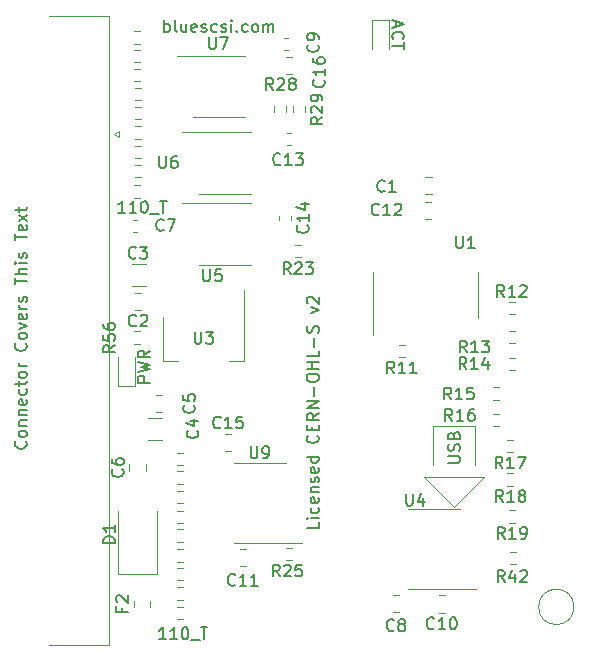
<source format=gbr>
%TF.GenerationSoftware,KiCad,Pcbnew,8.0.4-8.0.4-0~ubuntu22.04.1*%
%TF.CreationDate,2024-07-18T13:03:20-06:00*%
%TF.ProjectId,DB25_External,44423235-5f45-4787-9465-726e616c2e6b,rev?*%
%TF.SameCoordinates,Original*%
%TF.FileFunction,Legend,Top*%
%TF.FilePolarity,Positive*%
%FSLAX46Y46*%
G04 Gerber Fmt 4.6, Leading zero omitted, Abs format (unit mm)*
G04 Created by KiCad (PCBNEW 8.0.4-8.0.4-0~ubuntu22.04.1) date 2024-07-18 13:03:20*
%MOMM*%
%LPD*%
G01*
G04 APERTURE LIST*
%ADD10C,0.150000*%
%ADD11C,0.120000*%
G04 APERTURE END LIST*
D10*
X133590895Y-74540952D02*
X133590895Y-75017142D01*
X133305180Y-74445714D02*
X134305180Y-74779047D01*
X134305180Y-74779047D02*
X133305180Y-75112380D01*
X133400419Y-76017142D02*
X133352800Y-75969523D01*
X133352800Y-75969523D02*
X133305180Y-75826666D01*
X133305180Y-75826666D02*
X133305180Y-75731428D01*
X133305180Y-75731428D02*
X133352800Y-75588571D01*
X133352800Y-75588571D02*
X133448038Y-75493333D01*
X133448038Y-75493333D02*
X133543276Y-75445714D01*
X133543276Y-75445714D02*
X133733752Y-75398095D01*
X133733752Y-75398095D02*
X133876609Y-75398095D01*
X133876609Y-75398095D02*
X134067085Y-75445714D01*
X134067085Y-75445714D02*
X134162323Y-75493333D01*
X134162323Y-75493333D02*
X134257561Y-75588571D01*
X134257561Y-75588571D02*
X134305180Y-75731428D01*
X134305180Y-75731428D02*
X134305180Y-75826666D01*
X134305180Y-75826666D02*
X134257561Y-75969523D01*
X134257561Y-75969523D02*
X134209942Y-76017142D01*
X134305180Y-76302857D02*
X134305180Y-76874285D01*
X133305180Y-76588571D02*
X134305180Y-76588571D01*
X114010952Y-75414819D02*
X114010952Y-74414819D01*
X114010952Y-74795771D02*
X114106190Y-74748152D01*
X114106190Y-74748152D02*
X114296666Y-74748152D01*
X114296666Y-74748152D02*
X114391904Y-74795771D01*
X114391904Y-74795771D02*
X114439523Y-74843390D01*
X114439523Y-74843390D02*
X114487142Y-74938628D01*
X114487142Y-74938628D02*
X114487142Y-75224342D01*
X114487142Y-75224342D02*
X114439523Y-75319580D01*
X114439523Y-75319580D02*
X114391904Y-75367200D01*
X114391904Y-75367200D02*
X114296666Y-75414819D01*
X114296666Y-75414819D02*
X114106190Y-75414819D01*
X114106190Y-75414819D02*
X114010952Y-75367200D01*
X115058571Y-75414819D02*
X114963333Y-75367200D01*
X114963333Y-75367200D02*
X114915714Y-75271961D01*
X114915714Y-75271961D02*
X114915714Y-74414819D01*
X115868095Y-74748152D02*
X115868095Y-75414819D01*
X115439524Y-74748152D02*
X115439524Y-75271961D01*
X115439524Y-75271961D02*
X115487143Y-75367200D01*
X115487143Y-75367200D02*
X115582381Y-75414819D01*
X115582381Y-75414819D02*
X115725238Y-75414819D01*
X115725238Y-75414819D02*
X115820476Y-75367200D01*
X115820476Y-75367200D02*
X115868095Y-75319580D01*
X116725238Y-75367200D02*
X116630000Y-75414819D01*
X116630000Y-75414819D02*
X116439524Y-75414819D01*
X116439524Y-75414819D02*
X116344286Y-75367200D01*
X116344286Y-75367200D02*
X116296667Y-75271961D01*
X116296667Y-75271961D02*
X116296667Y-74891009D01*
X116296667Y-74891009D02*
X116344286Y-74795771D01*
X116344286Y-74795771D02*
X116439524Y-74748152D01*
X116439524Y-74748152D02*
X116630000Y-74748152D01*
X116630000Y-74748152D02*
X116725238Y-74795771D01*
X116725238Y-74795771D02*
X116772857Y-74891009D01*
X116772857Y-74891009D02*
X116772857Y-74986247D01*
X116772857Y-74986247D02*
X116296667Y-75081485D01*
X117153810Y-75367200D02*
X117249048Y-75414819D01*
X117249048Y-75414819D02*
X117439524Y-75414819D01*
X117439524Y-75414819D02*
X117534762Y-75367200D01*
X117534762Y-75367200D02*
X117582381Y-75271961D01*
X117582381Y-75271961D02*
X117582381Y-75224342D01*
X117582381Y-75224342D02*
X117534762Y-75129104D01*
X117534762Y-75129104D02*
X117439524Y-75081485D01*
X117439524Y-75081485D02*
X117296667Y-75081485D01*
X117296667Y-75081485D02*
X117201429Y-75033866D01*
X117201429Y-75033866D02*
X117153810Y-74938628D01*
X117153810Y-74938628D02*
X117153810Y-74891009D01*
X117153810Y-74891009D02*
X117201429Y-74795771D01*
X117201429Y-74795771D02*
X117296667Y-74748152D01*
X117296667Y-74748152D02*
X117439524Y-74748152D01*
X117439524Y-74748152D02*
X117534762Y-74795771D01*
X118439524Y-75367200D02*
X118344286Y-75414819D01*
X118344286Y-75414819D02*
X118153810Y-75414819D01*
X118153810Y-75414819D02*
X118058572Y-75367200D01*
X118058572Y-75367200D02*
X118010953Y-75319580D01*
X118010953Y-75319580D02*
X117963334Y-75224342D01*
X117963334Y-75224342D02*
X117963334Y-74938628D01*
X117963334Y-74938628D02*
X118010953Y-74843390D01*
X118010953Y-74843390D02*
X118058572Y-74795771D01*
X118058572Y-74795771D02*
X118153810Y-74748152D01*
X118153810Y-74748152D02*
X118344286Y-74748152D01*
X118344286Y-74748152D02*
X118439524Y-74795771D01*
X118820477Y-75367200D02*
X118915715Y-75414819D01*
X118915715Y-75414819D02*
X119106191Y-75414819D01*
X119106191Y-75414819D02*
X119201429Y-75367200D01*
X119201429Y-75367200D02*
X119249048Y-75271961D01*
X119249048Y-75271961D02*
X119249048Y-75224342D01*
X119249048Y-75224342D02*
X119201429Y-75129104D01*
X119201429Y-75129104D02*
X119106191Y-75081485D01*
X119106191Y-75081485D02*
X118963334Y-75081485D01*
X118963334Y-75081485D02*
X118868096Y-75033866D01*
X118868096Y-75033866D02*
X118820477Y-74938628D01*
X118820477Y-74938628D02*
X118820477Y-74891009D01*
X118820477Y-74891009D02*
X118868096Y-74795771D01*
X118868096Y-74795771D02*
X118963334Y-74748152D01*
X118963334Y-74748152D02*
X119106191Y-74748152D01*
X119106191Y-74748152D02*
X119201429Y-74795771D01*
X119677620Y-75414819D02*
X119677620Y-74748152D01*
X119677620Y-74414819D02*
X119630001Y-74462438D01*
X119630001Y-74462438D02*
X119677620Y-74510057D01*
X119677620Y-74510057D02*
X119725239Y-74462438D01*
X119725239Y-74462438D02*
X119677620Y-74414819D01*
X119677620Y-74414819D02*
X119677620Y-74510057D01*
X120153810Y-75319580D02*
X120201429Y-75367200D01*
X120201429Y-75367200D02*
X120153810Y-75414819D01*
X120153810Y-75414819D02*
X120106191Y-75367200D01*
X120106191Y-75367200D02*
X120153810Y-75319580D01*
X120153810Y-75319580D02*
X120153810Y-75414819D01*
X121058571Y-75367200D02*
X120963333Y-75414819D01*
X120963333Y-75414819D02*
X120772857Y-75414819D01*
X120772857Y-75414819D02*
X120677619Y-75367200D01*
X120677619Y-75367200D02*
X120630000Y-75319580D01*
X120630000Y-75319580D02*
X120582381Y-75224342D01*
X120582381Y-75224342D02*
X120582381Y-74938628D01*
X120582381Y-74938628D02*
X120630000Y-74843390D01*
X120630000Y-74843390D02*
X120677619Y-74795771D01*
X120677619Y-74795771D02*
X120772857Y-74748152D01*
X120772857Y-74748152D02*
X120963333Y-74748152D01*
X120963333Y-74748152D02*
X121058571Y-74795771D01*
X121630000Y-75414819D02*
X121534762Y-75367200D01*
X121534762Y-75367200D02*
X121487143Y-75319580D01*
X121487143Y-75319580D02*
X121439524Y-75224342D01*
X121439524Y-75224342D02*
X121439524Y-74938628D01*
X121439524Y-74938628D02*
X121487143Y-74843390D01*
X121487143Y-74843390D02*
X121534762Y-74795771D01*
X121534762Y-74795771D02*
X121630000Y-74748152D01*
X121630000Y-74748152D02*
X121772857Y-74748152D01*
X121772857Y-74748152D02*
X121868095Y-74795771D01*
X121868095Y-74795771D02*
X121915714Y-74843390D01*
X121915714Y-74843390D02*
X121963333Y-74938628D01*
X121963333Y-74938628D02*
X121963333Y-75224342D01*
X121963333Y-75224342D02*
X121915714Y-75319580D01*
X121915714Y-75319580D02*
X121868095Y-75367200D01*
X121868095Y-75367200D02*
X121772857Y-75414819D01*
X121772857Y-75414819D02*
X121630000Y-75414819D01*
X122391905Y-75414819D02*
X122391905Y-74748152D01*
X122391905Y-74843390D02*
X122439524Y-74795771D01*
X122439524Y-74795771D02*
X122534762Y-74748152D01*
X122534762Y-74748152D02*
X122677619Y-74748152D01*
X122677619Y-74748152D02*
X122772857Y-74795771D01*
X122772857Y-74795771D02*
X122820476Y-74891009D01*
X122820476Y-74891009D02*
X122820476Y-75414819D01*
X122820476Y-74891009D02*
X122868095Y-74795771D01*
X122868095Y-74795771D02*
X122963333Y-74748152D01*
X122963333Y-74748152D02*
X123106190Y-74748152D01*
X123106190Y-74748152D02*
X123201429Y-74795771D01*
X123201429Y-74795771D02*
X123249048Y-74891009D01*
X123249048Y-74891009D02*
X123249048Y-75414819D01*
X114141428Y-126844819D02*
X113570000Y-126844819D01*
X113855714Y-126844819D02*
X113855714Y-125844819D01*
X113855714Y-125844819D02*
X113760476Y-125987676D01*
X113760476Y-125987676D02*
X113665238Y-126082914D01*
X113665238Y-126082914D02*
X113570000Y-126130533D01*
X115093809Y-126844819D02*
X114522381Y-126844819D01*
X114808095Y-126844819D02*
X114808095Y-125844819D01*
X114808095Y-125844819D02*
X114712857Y-125987676D01*
X114712857Y-125987676D02*
X114617619Y-126082914D01*
X114617619Y-126082914D02*
X114522381Y-126130533D01*
X115712857Y-125844819D02*
X115808095Y-125844819D01*
X115808095Y-125844819D02*
X115903333Y-125892438D01*
X115903333Y-125892438D02*
X115950952Y-125940057D01*
X115950952Y-125940057D02*
X115998571Y-126035295D01*
X115998571Y-126035295D02*
X116046190Y-126225771D01*
X116046190Y-126225771D02*
X116046190Y-126463866D01*
X116046190Y-126463866D02*
X115998571Y-126654342D01*
X115998571Y-126654342D02*
X115950952Y-126749580D01*
X115950952Y-126749580D02*
X115903333Y-126797200D01*
X115903333Y-126797200D02*
X115808095Y-126844819D01*
X115808095Y-126844819D02*
X115712857Y-126844819D01*
X115712857Y-126844819D02*
X115617619Y-126797200D01*
X115617619Y-126797200D02*
X115570000Y-126749580D01*
X115570000Y-126749580D02*
X115522381Y-126654342D01*
X115522381Y-126654342D02*
X115474762Y-126463866D01*
X115474762Y-126463866D02*
X115474762Y-126225771D01*
X115474762Y-126225771D02*
X115522381Y-126035295D01*
X115522381Y-126035295D02*
X115570000Y-125940057D01*
X115570000Y-125940057D02*
X115617619Y-125892438D01*
X115617619Y-125892438D02*
X115712857Y-125844819D01*
X116236667Y-126940057D02*
X116998571Y-126940057D01*
X117093810Y-125844819D02*
X117665238Y-125844819D01*
X117379524Y-126844819D02*
X117379524Y-125844819D01*
X110686639Y-90748408D02*
X110115211Y-90748408D01*
X110400925Y-90748408D02*
X110400925Y-89748408D01*
X110400925Y-89748408D02*
X110305687Y-89891265D01*
X110305687Y-89891265D02*
X110210449Y-89986503D01*
X110210449Y-89986503D02*
X110115211Y-90034122D01*
X111639020Y-90748408D02*
X111067592Y-90748408D01*
X111353306Y-90748408D02*
X111353306Y-89748408D01*
X111353306Y-89748408D02*
X111258068Y-89891265D01*
X111258068Y-89891265D02*
X111162830Y-89986503D01*
X111162830Y-89986503D02*
X111067592Y-90034122D01*
X112258068Y-89748408D02*
X112353306Y-89748408D01*
X112353306Y-89748408D02*
X112448544Y-89796027D01*
X112448544Y-89796027D02*
X112496163Y-89843646D01*
X112496163Y-89843646D02*
X112543782Y-89938884D01*
X112543782Y-89938884D02*
X112591401Y-90129360D01*
X112591401Y-90129360D02*
X112591401Y-90367455D01*
X112591401Y-90367455D02*
X112543782Y-90557931D01*
X112543782Y-90557931D02*
X112496163Y-90653169D01*
X112496163Y-90653169D02*
X112448544Y-90700789D01*
X112448544Y-90700789D02*
X112353306Y-90748408D01*
X112353306Y-90748408D02*
X112258068Y-90748408D01*
X112258068Y-90748408D02*
X112162830Y-90700789D01*
X112162830Y-90700789D02*
X112115211Y-90653169D01*
X112115211Y-90653169D02*
X112067592Y-90557931D01*
X112067592Y-90557931D02*
X112019973Y-90367455D01*
X112019973Y-90367455D02*
X112019973Y-90129360D01*
X112019973Y-90129360D02*
X112067592Y-89938884D01*
X112067592Y-89938884D02*
X112115211Y-89843646D01*
X112115211Y-89843646D02*
X112162830Y-89796027D01*
X112162830Y-89796027D02*
X112258068Y-89748408D01*
X112781878Y-90843646D02*
X113543782Y-90843646D01*
X113639021Y-89748408D02*
X114210449Y-89748408D01*
X113924735Y-90748408D02*
X113924735Y-89748408D01*
X112773619Y-105117732D02*
X111773619Y-105117732D01*
X111773619Y-105117732D02*
X111773619Y-104736780D01*
X111773619Y-104736780D02*
X111821238Y-104641542D01*
X111821238Y-104641542D02*
X111868857Y-104593923D01*
X111868857Y-104593923D02*
X111964095Y-104546304D01*
X111964095Y-104546304D02*
X112106952Y-104546304D01*
X112106952Y-104546304D02*
X112202190Y-104593923D01*
X112202190Y-104593923D02*
X112249809Y-104641542D01*
X112249809Y-104641542D02*
X112297428Y-104736780D01*
X112297428Y-104736780D02*
X112297428Y-105117732D01*
X111773619Y-104212970D02*
X112773619Y-103974875D01*
X112773619Y-103974875D02*
X112059333Y-103784399D01*
X112059333Y-103784399D02*
X112773619Y-103593923D01*
X112773619Y-103593923D02*
X111773619Y-103355828D01*
X112773619Y-102403447D02*
X112297428Y-102736780D01*
X112773619Y-102974875D02*
X111773619Y-102974875D01*
X111773619Y-102974875D02*
X111773619Y-102593923D01*
X111773619Y-102593923D02*
X111821238Y-102498685D01*
X111821238Y-102498685D02*
X111868857Y-102451066D01*
X111868857Y-102451066D02*
X111964095Y-102403447D01*
X111964095Y-102403447D02*
X112106952Y-102403447D01*
X112106952Y-102403447D02*
X112202190Y-102451066D01*
X112202190Y-102451066D02*
X112249809Y-102498685D01*
X112249809Y-102498685D02*
X112297428Y-102593923D01*
X112297428Y-102593923D02*
X112297428Y-102974875D01*
X102264380Y-110080821D02*
X102312000Y-110128440D01*
X102312000Y-110128440D02*
X102359619Y-110271297D01*
X102359619Y-110271297D02*
X102359619Y-110366535D01*
X102359619Y-110366535D02*
X102312000Y-110509392D01*
X102312000Y-110509392D02*
X102216761Y-110604630D01*
X102216761Y-110604630D02*
X102121523Y-110652249D01*
X102121523Y-110652249D02*
X101931047Y-110699868D01*
X101931047Y-110699868D02*
X101788190Y-110699868D01*
X101788190Y-110699868D02*
X101597714Y-110652249D01*
X101597714Y-110652249D02*
X101502476Y-110604630D01*
X101502476Y-110604630D02*
X101407238Y-110509392D01*
X101407238Y-110509392D02*
X101359619Y-110366535D01*
X101359619Y-110366535D02*
X101359619Y-110271297D01*
X101359619Y-110271297D02*
X101407238Y-110128440D01*
X101407238Y-110128440D02*
X101454857Y-110080821D01*
X102359619Y-109509392D02*
X102312000Y-109604630D01*
X102312000Y-109604630D02*
X102264380Y-109652249D01*
X102264380Y-109652249D02*
X102169142Y-109699868D01*
X102169142Y-109699868D02*
X101883428Y-109699868D01*
X101883428Y-109699868D02*
X101788190Y-109652249D01*
X101788190Y-109652249D02*
X101740571Y-109604630D01*
X101740571Y-109604630D02*
X101692952Y-109509392D01*
X101692952Y-109509392D02*
X101692952Y-109366535D01*
X101692952Y-109366535D02*
X101740571Y-109271297D01*
X101740571Y-109271297D02*
X101788190Y-109223678D01*
X101788190Y-109223678D02*
X101883428Y-109176059D01*
X101883428Y-109176059D02*
X102169142Y-109176059D01*
X102169142Y-109176059D02*
X102264380Y-109223678D01*
X102264380Y-109223678D02*
X102312000Y-109271297D01*
X102312000Y-109271297D02*
X102359619Y-109366535D01*
X102359619Y-109366535D02*
X102359619Y-109509392D01*
X101692952Y-108747487D02*
X102359619Y-108747487D01*
X101788190Y-108747487D02*
X101740571Y-108699868D01*
X101740571Y-108699868D02*
X101692952Y-108604630D01*
X101692952Y-108604630D02*
X101692952Y-108461773D01*
X101692952Y-108461773D02*
X101740571Y-108366535D01*
X101740571Y-108366535D02*
X101835809Y-108318916D01*
X101835809Y-108318916D02*
X102359619Y-108318916D01*
X101692952Y-107842725D02*
X102359619Y-107842725D01*
X101788190Y-107842725D02*
X101740571Y-107795106D01*
X101740571Y-107795106D02*
X101692952Y-107699868D01*
X101692952Y-107699868D02*
X101692952Y-107557011D01*
X101692952Y-107557011D02*
X101740571Y-107461773D01*
X101740571Y-107461773D02*
X101835809Y-107414154D01*
X101835809Y-107414154D02*
X102359619Y-107414154D01*
X102312000Y-106557011D02*
X102359619Y-106652249D01*
X102359619Y-106652249D02*
X102359619Y-106842725D01*
X102359619Y-106842725D02*
X102312000Y-106937963D01*
X102312000Y-106937963D02*
X102216761Y-106985582D01*
X102216761Y-106985582D02*
X101835809Y-106985582D01*
X101835809Y-106985582D02*
X101740571Y-106937963D01*
X101740571Y-106937963D02*
X101692952Y-106842725D01*
X101692952Y-106842725D02*
X101692952Y-106652249D01*
X101692952Y-106652249D02*
X101740571Y-106557011D01*
X101740571Y-106557011D02*
X101835809Y-106509392D01*
X101835809Y-106509392D02*
X101931047Y-106509392D01*
X101931047Y-106509392D02*
X102026285Y-106985582D01*
X102312000Y-105652249D02*
X102359619Y-105747487D01*
X102359619Y-105747487D02*
X102359619Y-105937963D01*
X102359619Y-105937963D02*
X102312000Y-106033201D01*
X102312000Y-106033201D02*
X102264380Y-106080820D01*
X102264380Y-106080820D02*
X102169142Y-106128439D01*
X102169142Y-106128439D02*
X101883428Y-106128439D01*
X101883428Y-106128439D02*
X101788190Y-106080820D01*
X101788190Y-106080820D02*
X101740571Y-106033201D01*
X101740571Y-106033201D02*
X101692952Y-105937963D01*
X101692952Y-105937963D02*
X101692952Y-105747487D01*
X101692952Y-105747487D02*
X101740571Y-105652249D01*
X101692952Y-105366534D02*
X101692952Y-104985582D01*
X101359619Y-105223677D02*
X102216761Y-105223677D01*
X102216761Y-105223677D02*
X102312000Y-105176058D01*
X102312000Y-105176058D02*
X102359619Y-105080820D01*
X102359619Y-105080820D02*
X102359619Y-104985582D01*
X102359619Y-104509391D02*
X102312000Y-104604629D01*
X102312000Y-104604629D02*
X102264380Y-104652248D01*
X102264380Y-104652248D02*
X102169142Y-104699867D01*
X102169142Y-104699867D02*
X101883428Y-104699867D01*
X101883428Y-104699867D02*
X101788190Y-104652248D01*
X101788190Y-104652248D02*
X101740571Y-104604629D01*
X101740571Y-104604629D02*
X101692952Y-104509391D01*
X101692952Y-104509391D02*
X101692952Y-104366534D01*
X101692952Y-104366534D02*
X101740571Y-104271296D01*
X101740571Y-104271296D02*
X101788190Y-104223677D01*
X101788190Y-104223677D02*
X101883428Y-104176058D01*
X101883428Y-104176058D02*
X102169142Y-104176058D01*
X102169142Y-104176058D02*
X102264380Y-104223677D01*
X102264380Y-104223677D02*
X102312000Y-104271296D01*
X102312000Y-104271296D02*
X102359619Y-104366534D01*
X102359619Y-104366534D02*
X102359619Y-104509391D01*
X102359619Y-103747486D02*
X101692952Y-103747486D01*
X101883428Y-103747486D02*
X101788190Y-103699867D01*
X101788190Y-103699867D02*
X101740571Y-103652248D01*
X101740571Y-103652248D02*
X101692952Y-103557010D01*
X101692952Y-103557010D02*
X101692952Y-103461772D01*
X102264380Y-101795105D02*
X102312000Y-101842724D01*
X102312000Y-101842724D02*
X102359619Y-101985581D01*
X102359619Y-101985581D02*
X102359619Y-102080819D01*
X102359619Y-102080819D02*
X102312000Y-102223676D01*
X102312000Y-102223676D02*
X102216761Y-102318914D01*
X102216761Y-102318914D02*
X102121523Y-102366533D01*
X102121523Y-102366533D02*
X101931047Y-102414152D01*
X101931047Y-102414152D02*
X101788190Y-102414152D01*
X101788190Y-102414152D02*
X101597714Y-102366533D01*
X101597714Y-102366533D02*
X101502476Y-102318914D01*
X101502476Y-102318914D02*
X101407238Y-102223676D01*
X101407238Y-102223676D02*
X101359619Y-102080819D01*
X101359619Y-102080819D02*
X101359619Y-101985581D01*
X101359619Y-101985581D02*
X101407238Y-101842724D01*
X101407238Y-101842724D02*
X101454857Y-101795105D01*
X102359619Y-101223676D02*
X102312000Y-101318914D01*
X102312000Y-101318914D02*
X102264380Y-101366533D01*
X102264380Y-101366533D02*
X102169142Y-101414152D01*
X102169142Y-101414152D02*
X101883428Y-101414152D01*
X101883428Y-101414152D02*
X101788190Y-101366533D01*
X101788190Y-101366533D02*
X101740571Y-101318914D01*
X101740571Y-101318914D02*
X101692952Y-101223676D01*
X101692952Y-101223676D02*
X101692952Y-101080819D01*
X101692952Y-101080819D02*
X101740571Y-100985581D01*
X101740571Y-100985581D02*
X101788190Y-100937962D01*
X101788190Y-100937962D02*
X101883428Y-100890343D01*
X101883428Y-100890343D02*
X102169142Y-100890343D01*
X102169142Y-100890343D02*
X102264380Y-100937962D01*
X102264380Y-100937962D02*
X102312000Y-100985581D01*
X102312000Y-100985581D02*
X102359619Y-101080819D01*
X102359619Y-101080819D02*
X102359619Y-101223676D01*
X101692952Y-100557009D02*
X102359619Y-100318914D01*
X102359619Y-100318914D02*
X101692952Y-100080819D01*
X102312000Y-99318914D02*
X102359619Y-99414152D01*
X102359619Y-99414152D02*
X102359619Y-99604628D01*
X102359619Y-99604628D02*
X102312000Y-99699866D01*
X102312000Y-99699866D02*
X102216761Y-99747485D01*
X102216761Y-99747485D02*
X101835809Y-99747485D01*
X101835809Y-99747485D02*
X101740571Y-99699866D01*
X101740571Y-99699866D02*
X101692952Y-99604628D01*
X101692952Y-99604628D02*
X101692952Y-99414152D01*
X101692952Y-99414152D02*
X101740571Y-99318914D01*
X101740571Y-99318914D02*
X101835809Y-99271295D01*
X101835809Y-99271295D02*
X101931047Y-99271295D01*
X101931047Y-99271295D02*
X102026285Y-99747485D01*
X102359619Y-98842723D02*
X101692952Y-98842723D01*
X101883428Y-98842723D02*
X101788190Y-98795104D01*
X101788190Y-98795104D02*
X101740571Y-98747485D01*
X101740571Y-98747485D02*
X101692952Y-98652247D01*
X101692952Y-98652247D02*
X101692952Y-98557009D01*
X102312000Y-98271294D02*
X102359619Y-98176056D01*
X102359619Y-98176056D02*
X102359619Y-97985580D01*
X102359619Y-97985580D02*
X102312000Y-97890342D01*
X102312000Y-97890342D02*
X102216761Y-97842723D01*
X102216761Y-97842723D02*
X102169142Y-97842723D01*
X102169142Y-97842723D02*
X102073904Y-97890342D01*
X102073904Y-97890342D02*
X102026285Y-97985580D01*
X102026285Y-97985580D02*
X102026285Y-98128437D01*
X102026285Y-98128437D02*
X101978666Y-98223675D01*
X101978666Y-98223675D02*
X101883428Y-98271294D01*
X101883428Y-98271294D02*
X101835809Y-98271294D01*
X101835809Y-98271294D02*
X101740571Y-98223675D01*
X101740571Y-98223675D02*
X101692952Y-98128437D01*
X101692952Y-98128437D02*
X101692952Y-97985580D01*
X101692952Y-97985580D02*
X101740571Y-97890342D01*
X101359619Y-96795103D02*
X101359619Y-96223675D01*
X102359619Y-96509389D02*
X101359619Y-96509389D01*
X102359619Y-95890341D02*
X101359619Y-95890341D01*
X102359619Y-95461770D02*
X101835809Y-95461770D01*
X101835809Y-95461770D02*
X101740571Y-95509389D01*
X101740571Y-95509389D02*
X101692952Y-95604627D01*
X101692952Y-95604627D02*
X101692952Y-95747484D01*
X101692952Y-95747484D02*
X101740571Y-95842722D01*
X101740571Y-95842722D02*
X101788190Y-95890341D01*
X102359619Y-94985579D02*
X101692952Y-94985579D01*
X101359619Y-94985579D02*
X101407238Y-95033198D01*
X101407238Y-95033198D02*
X101454857Y-94985579D01*
X101454857Y-94985579D02*
X101407238Y-94937960D01*
X101407238Y-94937960D02*
X101359619Y-94985579D01*
X101359619Y-94985579D02*
X101454857Y-94985579D01*
X102312000Y-94557008D02*
X102359619Y-94461770D01*
X102359619Y-94461770D02*
X102359619Y-94271294D01*
X102359619Y-94271294D02*
X102312000Y-94176056D01*
X102312000Y-94176056D02*
X102216761Y-94128437D01*
X102216761Y-94128437D02*
X102169142Y-94128437D01*
X102169142Y-94128437D02*
X102073904Y-94176056D01*
X102073904Y-94176056D02*
X102026285Y-94271294D01*
X102026285Y-94271294D02*
X102026285Y-94414151D01*
X102026285Y-94414151D02*
X101978666Y-94509389D01*
X101978666Y-94509389D02*
X101883428Y-94557008D01*
X101883428Y-94557008D02*
X101835809Y-94557008D01*
X101835809Y-94557008D02*
X101740571Y-94509389D01*
X101740571Y-94509389D02*
X101692952Y-94414151D01*
X101692952Y-94414151D02*
X101692952Y-94271294D01*
X101692952Y-94271294D02*
X101740571Y-94176056D01*
X101359619Y-93080817D02*
X101359619Y-92509389D01*
X102359619Y-92795103D02*
X101359619Y-92795103D01*
X102312000Y-91795103D02*
X102359619Y-91890341D01*
X102359619Y-91890341D02*
X102359619Y-92080817D01*
X102359619Y-92080817D02*
X102312000Y-92176055D01*
X102312000Y-92176055D02*
X102216761Y-92223674D01*
X102216761Y-92223674D02*
X101835809Y-92223674D01*
X101835809Y-92223674D02*
X101740571Y-92176055D01*
X101740571Y-92176055D02*
X101692952Y-92080817D01*
X101692952Y-92080817D02*
X101692952Y-91890341D01*
X101692952Y-91890341D02*
X101740571Y-91795103D01*
X101740571Y-91795103D02*
X101835809Y-91747484D01*
X101835809Y-91747484D02*
X101931047Y-91747484D01*
X101931047Y-91747484D02*
X102026285Y-92223674D01*
X102359619Y-91414150D02*
X101692952Y-90890341D01*
X101692952Y-91414150D02*
X102359619Y-90890341D01*
X101692952Y-90652245D02*
X101692952Y-90271293D01*
X101359619Y-90509388D02*
X102216761Y-90509388D01*
X102216761Y-90509388D02*
X102312000Y-90461769D01*
X102312000Y-90461769D02*
X102359619Y-90366531D01*
X102359619Y-90366531D02*
X102359619Y-90271293D01*
X127069819Y-116927030D02*
X127069819Y-117403220D01*
X127069819Y-117403220D02*
X126069819Y-117403220D01*
X127069819Y-116593696D02*
X126403152Y-116593696D01*
X126069819Y-116593696D02*
X126117438Y-116641315D01*
X126117438Y-116641315D02*
X126165057Y-116593696D01*
X126165057Y-116593696D02*
X126117438Y-116546077D01*
X126117438Y-116546077D02*
X126069819Y-116593696D01*
X126069819Y-116593696D02*
X126165057Y-116593696D01*
X127022200Y-115688935D02*
X127069819Y-115784173D01*
X127069819Y-115784173D02*
X127069819Y-115974649D01*
X127069819Y-115974649D02*
X127022200Y-116069887D01*
X127022200Y-116069887D02*
X126974580Y-116117506D01*
X126974580Y-116117506D02*
X126879342Y-116165125D01*
X126879342Y-116165125D02*
X126593628Y-116165125D01*
X126593628Y-116165125D02*
X126498390Y-116117506D01*
X126498390Y-116117506D02*
X126450771Y-116069887D01*
X126450771Y-116069887D02*
X126403152Y-115974649D01*
X126403152Y-115974649D02*
X126403152Y-115784173D01*
X126403152Y-115784173D02*
X126450771Y-115688935D01*
X127022200Y-114879411D02*
X127069819Y-114974649D01*
X127069819Y-114974649D02*
X127069819Y-115165125D01*
X127069819Y-115165125D02*
X127022200Y-115260363D01*
X127022200Y-115260363D02*
X126926961Y-115307982D01*
X126926961Y-115307982D02*
X126546009Y-115307982D01*
X126546009Y-115307982D02*
X126450771Y-115260363D01*
X126450771Y-115260363D02*
X126403152Y-115165125D01*
X126403152Y-115165125D02*
X126403152Y-114974649D01*
X126403152Y-114974649D02*
X126450771Y-114879411D01*
X126450771Y-114879411D02*
X126546009Y-114831792D01*
X126546009Y-114831792D02*
X126641247Y-114831792D01*
X126641247Y-114831792D02*
X126736485Y-115307982D01*
X126403152Y-114403220D02*
X127069819Y-114403220D01*
X126498390Y-114403220D02*
X126450771Y-114355601D01*
X126450771Y-114355601D02*
X126403152Y-114260363D01*
X126403152Y-114260363D02*
X126403152Y-114117506D01*
X126403152Y-114117506D02*
X126450771Y-114022268D01*
X126450771Y-114022268D02*
X126546009Y-113974649D01*
X126546009Y-113974649D02*
X127069819Y-113974649D01*
X127022200Y-113546077D02*
X127069819Y-113450839D01*
X127069819Y-113450839D02*
X127069819Y-113260363D01*
X127069819Y-113260363D02*
X127022200Y-113165125D01*
X127022200Y-113165125D02*
X126926961Y-113117506D01*
X126926961Y-113117506D02*
X126879342Y-113117506D01*
X126879342Y-113117506D02*
X126784104Y-113165125D01*
X126784104Y-113165125D02*
X126736485Y-113260363D01*
X126736485Y-113260363D02*
X126736485Y-113403220D01*
X126736485Y-113403220D02*
X126688866Y-113498458D01*
X126688866Y-113498458D02*
X126593628Y-113546077D01*
X126593628Y-113546077D02*
X126546009Y-113546077D01*
X126546009Y-113546077D02*
X126450771Y-113498458D01*
X126450771Y-113498458D02*
X126403152Y-113403220D01*
X126403152Y-113403220D02*
X126403152Y-113260363D01*
X126403152Y-113260363D02*
X126450771Y-113165125D01*
X127022200Y-112307982D02*
X127069819Y-112403220D01*
X127069819Y-112403220D02*
X127069819Y-112593696D01*
X127069819Y-112593696D02*
X127022200Y-112688934D01*
X127022200Y-112688934D02*
X126926961Y-112736553D01*
X126926961Y-112736553D02*
X126546009Y-112736553D01*
X126546009Y-112736553D02*
X126450771Y-112688934D01*
X126450771Y-112688934D02*
X126403152Y-112593696D01*
X126403152Y-112593696D02*
X126403152Y-112403220D01*
X126403152Y-112403220D02*
X126450771Y-112307982D01*
X126450771Y-112307982D02*
X126546009Y-112260363D01*
X126546009Y-112260363D02*
X126641247Y-112260363D01*
X126641247Y-112260363D02*
X126736485Y-112736553D01*
X127069819Y-111403220D02*
X126069819Y-111403220D01*
X127022200Y-111403220D02*
X127069819Y-111498458D01*
X127069819Y-111498458D02*
X127069819Y-111688934D01*
X127069819Y-111688934D02*
X127022200Y-111784172D01*
X127022200Y-111784172D02*
X126974580Y-111831791D01*
X126974580Y-111831791D02*
X126879342Y-111879410D01*
X126879342Y-111879410D02*
X126593628Y-111879410D01*
X126593628Y-111879410D02*
X126498390Y-111831791D01*
X126498390Y-111831791D02*
X126450771Y-111784172D01*
X126450771Y-111784172D02*
X126403152Y-111688934D01*
X126403152Y-111688934D02*
X126403152Y-111498458D01*
X126403152Y-111498458D02*
X126450771Y-111403220D01*
X126974580Y-109593696D02*
X127022200Y-109641315D01*
X127022200Y-109641315D02*
X127069819Y-109784172D01*
X127069819Y-109784172D02*
X127069819Y-109879410D01*
X127069819Y-109879410D02*
X127022200Y-110022267D01*
X127022200Y-110022267D02*
X126926961Y-110117505D01*
X126926961Y-110117505D02*
X126831723Y-110165124D01*
X126831723Y-110165124D02*
X126641247Y-110212743D01*
X126641247Y-110212743D02*
X126498390Y-110212743D01*
X126498390Y-110212743D02*
X126307914Y-110165124D01*
X126307914Y-110165124D02*
X126212676Y-110117505D01*
X126212676Y-110117505D02*
X126117438Y-110022267D01*
X126117438Y-110022267D02*
X126069819Y-109879410D01*
X126069819Y-109879410D02*
X126069819Y-109784172D01*
X126069819Y-109784172D02*
X126117438Y-109641315D01*
X126117438Y-109641315D02*
X126165057Y-109593696D01*
X126546009Y-109165124D02*
X126546009Y-108831791D01*
X127069819Y-108688934D02*
X127069819Y-109165124D01*
X127069819Y-109165124D02*
X126069819Y-109165124D01*
X126069819Y-109165124D02*
X126069819Y-108688934D01*
X127069819Y-107688934D02*
X126593628Y-108022267D01*
X127069819Y-108260362D02*
X126069819Y-108260362D01*
X126069819Y-108260362D02*
X126069819Y-107879410D01*
X126069819Y-107879410D02*
X126117438Y-107784172D01*
X126117438Y-107784172D02*
X126165057Y-107736553D01*
X126165057Y-107736553D02*
X126260295Y-107688934D01*
X126260295Y-107688934D02*
X126403152Y-107688934D01*
X126403152Y-107688934D02*
X126498390Y-107736553D01*
X126498390Y-107736553D02*
X126546009Y-107784172D01*
X126546009Y-107784172D02*
X126593628Y-107879410D01*
X126593628Y-107879410D02*
X126593628Y-108260362D01*
X127069819Y-107260362D02*
X126069819Y-107260362D01*
X126069819Y-107260362D02*
X127069819Y-106688934D01*
X127069819Y-106688934D02*
X126069819Y-106688934D01*
X126688866Y-106212743D02*
X126688866Y-105450839D01*
X126069819Y-104784172D02*
X126069819Y-104593696D01*
X126069819Y-104593696D02*
X126117438Y-104498458D01*
X126117438Y-104498458D02*
X126212676Y-104403220D01*
X126212676Y-104403220D02*
X126403152Y-104355601D01*
X126403152Y-104355601D02*
X126736485Y-104355601D01*
X126736485Y-104355601D02*
X126926961Y-104403220D01*
X126926961Y-104403220D02*
X127022200Y-104498458D01*
X127022200Y-104498458D02*
X127069819Y-104593696D01*
X127069819Y-104593696D02*
X127069819Y-104784172D01*
X127069819Y-104784172D02*
X127022200Y-104879410D01*
X127022200Y-104879410D02*
X126926961Y-104974648D01*
X126926961Y-104974648D02*
X126736485Y-105022267D01*
X126736485Y-105022267D02*
X126403152Y-105022267D01*
X126403152Y-105022267D02*
X126212676Y-104974648D01*
X126212676Y-104974648D02*
X126117438Y-104879410D01*
X126117438Y-104879410D02*
X126069819Y-104784172D01*
X127069819Y-103927029D02*
X126069819Y-103927029D01*
X126546009Y-103927029D02*
X126546009Y-103355601D01*
X127069819Y-103355601D02*
X126069819Y-103355601D01*
X127069819Y-102403220D02*
X127069819Y-102879410D01*
X127069819Y-102879410D02*
X126069819Y-102879410D01*
X126688866Y-102069886D02*
X126688866Y-101307982D01*
X127022200Y-100879410D02*
X127069819Y-100736553D01*
X127069819Y-100736553D02*
X127069819Y-100498458D01*
X127069819Y-100498458D02*
X127022200Y-100403220D01*
X127022200Y-100403220D02*
X126974580Y-100355601D01*
X126974580Y-100355601D02*
X126879342Y-100307982D01*
X126879342Y-100307982D02*
X126784104Y-100307982D01*
X126784104Y-100307982D02*
X126688866Y-100355601D01*
X126688866Y-100355601D02*
X126641247Y-100403220D01*
X126641247Y-100403220D02*
X126593628Y-100498458D01*
X126593628Y-100498458D02*
X126546009Y-100688934D01*
X126546009Y-100688934D02*
X126498390Y-100784172D01*
X126498390Y-100784172D02*
X126450771Y-100831791D01*
X126450771Y-100831791D02*
X126355533Y-100879410D01*
X126355533Y-100879410D02*
X126260295Y-100879410D01*
X126260295Y-100879410D02*
X126165057Y-100831791D01*
X126165057Y-100831791D02*
X126117438Y-100784172D01*
X126117438Y-100784172D02*
X126069819Y-100688934D01*
X126069819Y-100688934D02*
X126069819Y-100450839D01*
X126069819Y-100450839D02*
X126117438Y-100307982D01*
X126403152Y-99212743D02*
X127069819Y-98974648D01*
X127069819Y-98974648D02*
X126403152Y-98736553D01*
X126165057Y-98403219D02*
X126117438Y-98355600D01*
X126117438Y-98355600D02*
X126069819Y-98260362D01*
X126069819Y-98260362D02*
X126069819Y-98022267D01*
X126069819Y-98022267D02*
X126117438Y-97927029D01*
X126117438Y-97927029D02*
X126165057Y-97879410D01*
X126165057Y-97879410D02*
X126260295Y-97831791D01*
X126260295Y-97831791D02*
X126355533Y-97831791D01*
X126355533Y-97831791D02*
X126498390Y-97879410D01*
X126498390Y-97879410D02*
X127069819Y-98450838D01*
X127069819Y-98450838D02*
X127069819Y-97831791D01*
X111601733Y-94520780D02*
X111554114Y-94568400D01*
X111554114Y-94568400D02*
X111411257Y-94616019D01*
X111411257Y-94616019D02*
X111316019Y-94616019D01*
X111316019Y-94616019D02*
X111173162Y-94568400D01*
X111173162Y-94568400D02*
X111077924Y-94473161D01*
X111077924Y-94473161D02*
X111030305Y-94377923D01*
X111030305Y-94377923D02*
X110982686Y-94187447D01*
X110982686Y-94187447D02*
X110982686Y-94044590D01*
X110982686Y-94044590D02*
X111030305Y-93854114D01*
X111030305Y-93854114D02*
X111077924Y-93758876D01*
X111077924Y-93758876D02*
X111173162Y-93663638D01*
X111173162Y-93663638D02*
X111316019Y-93616019D01*
X111316019Y-93616019D02*
X111411257Y-93616019D01*
X111411257Y-93616019D02*
X111554114Y-93663638D01*
X111554114Y-93663638D02*
X111601733Y-93711257D01*
X111935067Y-93616019D02*
X112554114Y-93616019D01*
X112554114Y-93616019D02*
X112220781Y-93996971D01*
X112220781Y-93996971D02*
X112363638Y-93996971D01*
X112363638Y-93996971D02*
X112458876Y-94044590D01*
X112458876Y-94044590D02*
X112506495Y-94092209D01*
X112506495Y-94092209D02*
X112554114Y-94187447D01*
X112554114Y-94187447D02*
X112554114Y-94425542D01*
X112554114Y-94425542D02*
X112506495Y-94520780D01*
X112506495Y-94520780D02*
X112458876Y-94568400D01*
X112458876Y-94568400D02*
X112363638Y-94616019D01*
X112363638Y-94616019D02*
X112077924Y-94616019D01*
X112077924Y-94616019D02*
X111982686Y-94568400D01*
X111982686Y-94568400D02*
X111935067Y-94520780D01*
X116793180Y-109183466D02*
X116840800Y-109231085D01*
X116840800Y-109231085D02*
X116888419Y-109373942D01*
X116888419Y-109373942D02*
X116888419Y-109469180D01*
X116888419Y-109469180D02*
X116840800Y-109612037D01*
X116840800Y-109612037D02*
X116745561Y-109707275D01*
X116745561Y-109707275D02*
X116650323Y-109754894D01*
X116650323Y-109754894D02*
X116459847Y-109802513D01*
X116459847Y-109802513D02*
X116316990Y-109802513D01*
X116316990Y-109802513D02*
X116126514Y-109754894D01*
X116126514Y-109754894D02*
X116031276Y-109707275D01*
X116031276Y-109707275D02*
X115936038Y-109612037D01*
X115936038Y-109612037D02*
X115888419Y-109469180D01*
X115888419Y-109469180D02*
X115888419Y-109373942D01*
X115888419Y-109373942D02*
X115936038Y-109231085D01*
X115936038Y-109231085D02*
X115983657Y-109183466D01*
X116221752Y-108326323D02*
X116888419Y-108326323D01*
X115840800Y-108564418D02*
X116555085Y-108802513D01*
X116555085Y-108802513D02*
X116555085Y-108183466D01*
X116572395Y-100807119D02*
X116572395Y-101616642D01*
X116572395Y-101616642D02*
X116620014Y-101711880D01*
X116620014Y-101711880D02*
X116667633Y-101759500D01*
X116667633Y-101759500D02*
X116762871Y-101807119D01*
X116762871Y-101807119D02*
X116953347Y-101807119D01*
X116953347Y-101807119D02*
X117048585Y-101759500D01*
X117048585Y-101759500D02*
X117096204Y-101711880D01*
X117096204Y-101711880D02*
X117143823Y-101616642D01*
X117143823Y-101616642D02*
X117143823Y-100807119D01*
X117524776Y-100807119D02*
X118143823Y-100807119D01*
X118143823Y-100807119D02*
X117810490Y-101188071D01*
X117810490Y-101188071D02*
X117953347Y-101188071D01*
X117953347Y-101188071D02*
X118048585Y-101235690D01*
X118048585Y-101235690D02*
X118096204Y-101283309D01*
X118096204Y-101283309D02*
X118143823Y-101378547D01*
X118143823Y-101378547D02*
X118143823Y-101616642D01*
X118143823Y-101616642D02*
X118096204Y-101711880D01*
X118096204Y-101711880D02*
X118048585Y-101759500D01*
X118048585Y-101759500D02*
X117953347Y-101807119D01*
X117953347Y-101807119D02*
X117667633Y-101807119D01*
X117667633Y-101807119D02*
X117572395Y-101759500D01*
X117572395Y-101759500D02*
X117524776Y-101711880D01*
X138031479Y-111906304D02*
X138841002Y-111906304D01*
X138841002Y-111906304D02*
X138936240Y-111858685D01*
X138936240Y-111858685D02*
X138983860Y-111811066D01*
X138983860Y-111811066D02*
X139031479Y-111715828D01*
X139031479Y-111715828D02*
X139031479Y-111525352D01*
X139031479Y-111525352D02*
X138983860Y-111430114D01*
X138983860Y-111430114D02*
X138936240Y-111382495D01*
X138936240Y-111382495D02*
X138841002Y-111334876D01*
X138841002Y-111334876D02*
X138031479Y-111334876D01*
X138983860Y-110906304D02*
X139031479Y-110763447D01*
X139031479Y-110763447D02*
X139031479Y-110525352D01*
X139031479Y-110525352D02*
X138983860Y-110430114D01*
X138983860Y-110430114D02*
X138936240Y-110382495D01*
X138936240Y-110382495D02*
X138841002Y-110334876D01*
X138841002Y-110334876D02*
X138745764Y-110334876D01*
X138745764Y-110334876D02*
X138650526Y-110382495D01*
X138650526Y-110382495D02*
X138602907Y-110430114D01*
X138602907Y-110430114D02*
X138555288Y-110525352D01*
X138555288Y-110525352D02*
X138507669Y-110715828D01*
X138507669Y-110715828D02*
X138460050Y-110811066D01*
X138460050Y-110811066D02*
X138412431Y-110858685D01*
X138412431Y-110858685D02*
X138317193Y-110906304D01*
X138317193Y-110906304D02*
X138221955Y-110906304D01*
X138221955Y-110906304D02*
X138126717Y-110858685D01*
X138126717Y-110858685D02*
X138079098Y-110811066D01*
X138079098Y-110811066D02*
X138031479Y-110715828D01*
X138031479Y-110715828D02*
X138031479Y-110477733D01*
X138031479Y-110477733D02*
X138079098Y-110334876D01*
X138507669Y-109572971D02*
X138555288Y-109430114D01*
X138555288Y-109430114D02*
X138602907Y-109382495D01*
X138602907Y-109382495D02*
X138698145Y-109334876D01*
X138698145Y-109334876D02*
X138841002Y-109334876D01*
X138841002Y-109334876D02*
X138936240Y-109382495D01*
X138936240Y-109382495D02*
X138983860Y-109430114D01*
X138983860Y-109430114D02*
X139031479Y-109525352D01*
X139031479Y-109525352D02*
X139031479Y-109906304D01*
X139031479Y-109906304D02*
X138031479Y-109906304D01*
X138031479Y-109906304D02*
X138031479Y-109572971D01*
X138031479Y-109572971D02*
X138079098Y-109477733D01*
X138079098Y-109477733D02*
X138126717Y-109430114D01*
X138126717Y-109430114D02*
X138221955Y-109382495D01*
X138221955Y-109382495D02*
X138317193Y-109382495D01*
X138317193Y-109382495D02*
X138412431Y-109430114D01*
X138412431Y-109430114D02*
X138460050Y-109477733D01*
X138460050Y-109477733D02*
X138507669Y-109572971D01*
X138507669Y-109572971D02*
X138507669Y-109906304D01*
X111618733Y-100257780D02*
X111571114Y-100305400D01*
X111571114Y-100305400D02*
X111428257Y-100353019D01*
X111428257Y-100353019D02*
X111333019Y-100353019D01*
X111333019Y-100353019D02*
X111190162Y-100305400D01*
X111190162Y-100305400D02*
X111094924Y-100210161D01*
X111094924Y-100210161D02*
X111047305Y-100114923D01*
X111047305Y-100114923D02*
X110999686Y-99924447D01*
X110999686Y-99924447D02*
X110999686Y-99781590D01*
X110999686Y-99781590D02*
X111047305Y-99591114D01*
X111047305Y-99591114D02*
X111094924Y-99495876D01*
X111094924Y-99495876D02*
X111190162Y-99400638D01*
X111190162Y-99400638D02*
X111333019Y-99353019D01*
X111333019Y-99353019D02*
X111428257Y-99353019D01*
X111428257Y-99353019D02*
X111571114Y-99400638D01*
X111571114Y-99400638D02*
X111618733Y-99448257D01*
X111999686Y-99448257D02*
X112047305Y-99400638D01*
X112047305Y-99400638D02*
X112142543Y-99353019D01*
X112142543Y-99353019D02*
X112380638Y-99353019D01*
X112380638Y-99353019D02*
X112475876Y-99400638D01*
X112475876Y-99400638D02*
X112523495Y-99448257D01*
X112523495Y-99448257D02*
X112571114Y-99543495D01*
X112571114Y-99543495D02*
X112571114Y-99638733D01*
X112571114Y-99638733D02*
X112523495Y-99781590D01*
X112523495Y-99781590D02*
X111952067Y-100353019D01*
X111952067Y-100353019D02*
X112571114Y-100353019D01*
X116497380Y-107049866D02*
X116545000Y-107097485D01*
X116545000Y-107097485D02*
X116592619Y-107240342D01*
X116592619Y-107240342D02*
X116592619Y-107335580D01*
X116592619Y-107335580D02*
X116545000Y-107478437D01*
X116545000Y-107478437D02*
X116449761Y-107573675D01*
X116449761Y-107573675D02*
X116354523Y-107621294D01*
X116354523Y-107621294D02*
X116164047Y-107668913D01*
X116164047Y-107668913D02*
X116021190Y-107668913D01*
X116021190Y-107668913D02*
X115830714Y-107621294D01*
X115830714Y-107621294D02*
X115735476Y-107573675D01*
X115735476Y-107573675D02*
X115640238Y-107478437D01*
X115640238Y-107478437D02*
X115592619Y-107335580D01*
X115592619Y-107335580D02*
X115592619Y-107240342D01*
X115592619Y-107240342D02*
X115640238Y-107097485D01*
X115640238Y-107097485D02*
X115687857Y-107049866D01*
X115592619Y-106145104D02*
X115592619Y-106621294D01*
X115592619Y-106621294D02*
X116068809Y-106668913D01*
X116068809Y-106668913D02*
X116021190Y-106621294D01*
X116021190Y-106621294D02*
X115973571Y-106526056D01*
X115973571Y-106526056D02*
X115973571Y-106287961D01*
X115973571Y-106287961D02*
X116021190Y-106192723D01*
X116021190Y-106192723D02*
X116068809Y-106145104D01*
X116068809Y-106145104D02*
X116164047Y-106097485D01*
X116164047Y-106097485D02*
X116402142Y-106097485D01*
X116402142Y-106097485D02*
X116497380Y-106145104D01*
X116497380Y-106145104D02*
X116545000Y-106192723D01*
X116545000Y-106192723D02*
X116592619Y-106287961D01*
X116592619Y-106287961D02*
X116592619Y-106526056D01*
X116592619Y-106526056D02*
X116545000Y-106621294D01*
X116545000Y-106621294D02*
X116497380Y-106668913D01*
X110468580Y-112460066D02*
X110516200Y-112507685D01*
X110516200Y-112507685D02*
X110563819Y-112650542D01*
X110563819Y-112650542D02*
X110563819Y-112745780D01*
X110563819Y-112745780D02*
X110516200Y-112888637D01*
X110516200Y-112888637D02*
X110420961Y-112983875D01*
X110420961Y-112983875D02*
X110325723Y-113031494D01*
X110325723Y-113031494D02*
X110135247Y-113079113D01*
X110135247Y-113079113D02*
X109992390Y-113079113D01*
X109992390Y-113079113D02*
X109801914Y-113031494D01*
X109801914Y-113031494D02*
X109706676Y-112983875D01*
X109706676Y-112983875D02*
X109611438Y-112888637D01*
X109611438Y-112888637D02*
X109563819Y-112745780D01*
X109563819Y-112745780D02*
X109563819Y-112650542D01*
X109563819Y-112650542D02*
X109611438Y-112507685D01*
X109611438Y-112507685D02*
X109659057Y-112460066D01*
X109563819Y-111602923D02*
X109563819Y-111793399D01*
X109563819Y-111793399D02*
X109611438Y-111888637D01*
X109611438Y-111888637D02*
X109659057Y-111936256D01*
X109659057Y-111936256D02*
X109801914Y-112031494D01*
X109801914Y-112031494D02*
X109992390Y-112079113D01*
X109992390Y-112079113D02*
X110373342Y-112079113D01*
X110373342Y-112079113D02*
X110468580Y-112031494D01*
X110468580Y-112031494D02*
X110516200Y-111983875D01*
X110516200Y-111983875D02*
X110563819Y-111888637D01*
X110563819Y-111888637D02*
X110563819Y-111698161D01*
X110563819Y-111698161D02*
X110516200Y-111602923D01*
X110516200Y-111602923D02*
X110468580Y-111555304D01*
X110468580Y-111555304D02*
X110373342Y-111507685D01*
X110373342Y-111507685D02*
X110135247Y-111507685D01*
X110135247Y-111507685D02*
X110040009Y-111555304D01*
X110040009Y-111555304D02*
X109992390Y-111602923D01*
X109992390Y-111602923D02*
X109944771Y-111698161D01*
X109944771Y-111698161D02*
X109944771Y-111888637D01*
X109944771Y-111888637D02*
X109992390Y-111983875D01*
X109992390Y-111983875D02*
X110040009Y-112031494D01*
X110040009Y-112031494D02*
X110135247Y-112079113D01*
X132185042Y-90867780D02*
X132137423Y-90915400D01*
X132137423Y-90915400D02*
X131994566Y-90963019D01*
X131994566Y-90963019D02*
X131899328Y-90963019D01*
X131899328Y-90963019D02*
X131756471Y-90915400D01*
X131756471Y-90915400D02*
X131661233Y-90820161D01*
X131661233Y-90820161D02*
X131613614Y-90724923D01*
X131613614Y-90724923D02*
X131565995Y-90534447D01*
X131565995Y-90534447D02*
X131565995Y-90391590D01*
X131565995Y-90391590D02*
X131613614Y-90201114D01*
X131613614Y-90201114D02*
X131661233Y-90105876D01*
X131661233Y-90105876D02*
X131756471Y-90010638D01*
X131756471Y-90010638D02*
X131899328Y-89963019D01*
X131899328Y-89963019D02*
X131994566Y-89963019D01*
X131994566Y-89963019D02*
X132137423Y-90010638D01*
X132137423Y-90010638D02*
X132185042Y-90058257D01*
X133137423Y-90963019D02*
X132565995Y-90963019D01*
X132851709Y-90963019D02*
X132851709Y-89963019D01*
X132851709Y-89963019D02*
X132756471Y-90105876D01*
X132756471Y-90105876D02*
X132661233Y-90201114D01*
X132661233Y-90201114D02*
X132565995Y-90248733D01*
X133518376Y-90058257D02*
X133565995Y-90010638D01*
X133565995Y-90010638D02*
X133661233Y-89963019D01*
X133661233Y-89963019D02*
X133899328Y-89963019D01*
X133899328Y-89963019D02*
X133994566Y-90010638D01*
X133994566Y-90010638D02*
X134042185Y-90058257D01*
X134042185Y-90058257D02*
X134089804Y-90153495D01*
X134089804Y-90153495D02*
X134089804Y-90248733D01*
X134089804Y-90248733D02*
X134042185Y-90391590D01*
X134042185Y-90391590D02*
X133470757Y-90963019D01*
X133470757Y-90963019D02*
X134089804Y-90963019D01*
X109814819Y-118698094D02*
X108814819Y-118698094D01*
X108814819Y-118698094D02*
X108814819Y-118459999D01*
X108814819Y-118459999D02*
X108862438Y-118317142D01*
X108862438Y-118317142D02*
X108957676Y-118221904D01*
X108957676Y-118221904D02*
X109052914Y-118174285D01*
X109052914Y-118174285D02*
X109243390Y-118126666D01*
X109243390Y-118126666D02*
X109386247Y-118126666D01*
X109386247Y-118126666D02*
X109576723Y-118174285D01*
X109576723Y-118174285D02*
X109671961Y-118221904D01*
X109671961Y-118221904D02*
X109767200Y-118317142D01*
X109767200Y-118317142D02*
X109814819Y-118459999D01*
X109814819Y-118459999D02*
X109814819Y-118698094D01*
X109814819Y-117174285D02*
X109814819Y-117745713D01*
X109814819Y-117459999D02*
X108814819Y-117459999D01*
X108814819Y-117459999D02*
X108957676Y-117555237D01*
X108957676Y-117555237D02*
X109052914Y-117650475D01*
X109052914Y-117650475D02*
X109100533Y-117745713D01*
X142667142Y-115204819D02*
X142333809Y-114728628D01*
X142095714Y-115204819D02*
X142095714Y-114204819D01*
X142095714Y-114204819D02*
X142476666Y-114204819D01*
X142476666Y-114204819D02*
X142571904Y-114252438D01*
X142571904Y-114252438D02*
X142619523Y-114300057D01*
X142619523Y-114300057D02*
X142667142Y-114395295D01*
X142667142Y-114395295D02*
X142667142Y-114538152D01*
X142667142Y-114538152D02*
X142619523Y-114633390D01*
X142619523Y-114633390D02*
X142571904Y-114681009D01*
X142571904Y-114681009D02*
X142476666Y-114728628D01*
X142476666Y-114728628D02*
X142095714Y-114728628D01*
X143619523Y-115204819D02*
X143048095Y-115204819D01*
X143333809Y-115204819D02*
X143333809Y-114204819D01*
X143333809Y-114204819D02*
X143238571Y-114347676D01*
X143238571Y-114347676D02*
X143143333Y-114442914D01*
X143143333Y-114442914D02*
X143048095Y-114490533D01*
X144190952Y-114633390D02*
X144095714Y-114585771D01*
X144095714Y-114585771D02*
X144048095Y-114538152D01*
X144048095Y-114538152D02*
X144000476Y-114442914D01*
X144000476Y-114442914D02*
X144000476Y-114395295D01*
X144000476Y-114395295D02*
X144048095Y-114300057D01*
X144048095Y-114300057D02*
X144095714Y-114252438D01*
X144095714Y-114252438D02*
X144190952Y-114204819D01*
X144190952Y-114204819D02*
X144381428Y-114204819D01*
X144381428Y-114204819D02*
X144476666Y-114252438D01*
X144476666Y-114252438D02*
X144524285Y-114300057D01*
X144524285Y-114300057D02*
X144571904Y-114395295D01*
X144571904Y-114395295D02*
X144571904Y-114442914D01*
X144571904Y-114442914D02*
X144524285Y-114538152D01*
X144524285Y-114538152D02*
X144476666Y-114585771D01*
X144476666Y-114585771D02*
X144381428Y-114633390D01*
X144381428Y-114633390D02*
X144190952Y-114633390D01*
X144190952Y-114633390D02*
X144095714Y-114681009D01*
X144095714Y-114681009D02*
X144048095Y-114728628D01*
X144048095Y-114728628D02*
X144000476Y-114823866D01*
X144000476Y-114823866D02*
X144000476Y-115014342D01*
X144000476Y-115014342D02*
X144048095Y-115109580D01*
X144048095Y-115109580D02*
X144095714Y-115157200D01*
X144095714Y-115157200D02*
X144190952Y-115204819D01*
X144190952Y-115204819D02*
X144381428Y-115204819D01*
X144381428Y-115204819D02*
X144476666Y-115157200D01*
X144476666Y-115157200D02*
X144524285Y-115109580D01*
X144524285Y-115109580D02*
X144571904Y-115014342D01*
X144571904Y-115014342D02*
X144571904Y-114823866D01*
X144571904Y-114823866D02*
X144524285Y-114728628D01*
X144524285Y-114728628D02*
X144476666Y-114681009D01*
X144476666Y-114681009D02*
X144381428Y-114633390D01*
X109827219Y-101963457D02*
X109351028Y-102296790D01*
X109827219Y-102534885D02*
X108827219Y-102534885D01*
X108827219Y-102534885D02*
X108827219Y-102153933D01*
X108827219Y-102153933D02*
X108874838Y-102058695D01*
X108874838Y-102058695D02*
X108922457Y-102011076D01*
X108922457Y-102011076D02*
X109017695Y-101963457D01*
X109017695Y-101963457D02*
X109160552Y-101963457D01*
X109160552Y-101963457D02*
X109255790Y-102011076D01*
X109255790Y-102011076D02*
X109303409Y-102058695D01*
X109303409Y-102058695D02*
X109351028Y-102153933D01*
X109351028Y-102153933D02*
X109351028Y-102534885D01*
X108827219Y-101058695D02*
X108827219Y-101534885D01*
X108827219Y-101534885D02*
X109303409Y-101582504D01*
X109303409Y-101582504D02*
X109255790Y-101534885D01*
X109255790Y-101534885D02*
X109208171Y-101439647D01*
X109208171Y-101439647D02*
X109208171Y-101201552D01*
X109208171Y-101201552D02*
X109255790Y-101106314D01*
X109255790Y-101106314D02*
X109303409Y-101058695D01*
X109303409Y-101058695D02*
X109398647Y-101011076D01*
X109398647Y-101011076D02*
X109636742Y-101011076D01*
X109636742Y-101011076D02*
X109731980Y-101058695D01*
X109731980Y-101058695D02*
X109779600Y-101106314D01*
X109779600Y-101106314D02*
X109827219Y-101201552D01*
X109827219Y-101201552D02*
X109827219Y-101439647D01*
X109827219Y-101439647D02*
X109779600Y-101534885D01*
X109779600Y-101534885D02*
X109731980Y-101582504D01*
X108827219Y-100153933D02*
X108827219Y-100344409D01*
X108827219Y-100344409D02*
X108874838Y-100439647D01*
X108874838Y-100439647D02*
X108922457Y-100487266D01*
X108922457Y-100487266D02*
X109065314Y-100582504D01*
X109065314Y-100582504D02*
X109255790Y-100630123D01*
X109255790Y-100630123D02*
X109636742Y-100630123D01*
X109636742Y-100630123D02*
X109731980Y-100582504D01*
X109731980Y-100582504D02*
X109779600Y-100534885D01*
X109779600Y-100534885D02*
X109827219Y-100439647D01*
X109827219Y-100439647D02*
X109827219Y-100249171D01*
X109827219Y-100249171D02*
X109779600Y-100153933D01*
X109779600Y-100153933D02*
X109731980Y-100106314D01*
X109731980Y-100106314D02*
X109636742Y-100058695D01*
X109636742Y-100058695D02*
X109398647Y-100058695D01*
X109398647Y-100058695D02*
X109303409Y-100106314D01*
X109303409Y-100106314D02*
X109255790Y-100153933D01*
X109255790Y-100153933D02*
X109208171Y-100249171D01*
X109208171Y-100249171D02*
X109208171Y-100439647D01*
X109208171Y-100439647D02*
X109255790Y-100534885D01*
X109255790Y-100534885D02*
X109303409Y-100582504D01*
X109303409Y-100582504D02*
X109398647Y-100630123D01*
X133443333Y-126059580D02*
X133395714Y-126107200D01*
X133395714Y-126107200D02*
X133252857Y-126154819D01*
X133252857Y-126154819D02*
X133157619Y-126154819D01*
X133157619Y-126154819D02*
X133014762Y-126107200D01*
X133014762Y-126107200D02*
X132919524Y-126011961D01*
X132919524Y-126011961D02*
X132871905Y-125916723D01*
X132871905Y-125916723D02*
X132824286Y-125726247D01*
X132824286Y-125726247D02*
X132824286Y-125583390D01*
X132824286Y-125583390D02*
X132871905Y-125392914D01*
X132871905Y-125392914D02*
X132919524Y-125297676D01*
X132919524Y-125297676D02*
X133014762Y-125202438D01*
X133014762Y-125202438D02*
X133157619Y-125154819D01*
X133157619Y-125154819D02*
X133252857Y-125154819D01*
X133252857Y-125154819D02*
X133395714Y-125202438D01*
X133395714Y-125202438D02*
X133443333Y-125250057D01*
X134014762Y-125583390D02*
X133919524Y-125535771D01*
X133919524Y-125535771D02*
X133871905Y-125488152D01*
X133871905Y-125488152D02*
X133824286Y-125392914D01*
X133824286Y-125392914D02*
X133824286Y-125345295D01*
X133824286Y-125345295D02*
X133871905Y-125250057D01*
X133871905Y-125250057D02*
X133919524Y-125202438D01*
X133919524Y-125202438D02*
X134014762Y-125154819D01*
X134014762Y-125154819D02*
X134205238Y-125154819D01*
X134205238Y-125154819D02*
X134300476Y-125202438D01*
X134300476Y-125202438D02*
X134348095Y-125250057D01*
X134348095Y-125250057D02*
X134395714Y-125345295D01*
X134395714Y-125345295D02*
X134395714Y-125392914D01*
X134395714Y-125392914D02*
X134348095Y-125488152D01*
X134348095Y-125488152D02*
X134300476Y-125535771D01*
X134300476Y-125535771D02*
X134205238Y-125583390D01*
X134205238Y-125583390D02*
X134014762Y-125583390D01*
X134014762Y-125583390D02*
X133919524Y-125631009D01*
X133919524Y-125631009D02*
X133871905Y-125678628D01*
X133871905Y-125678628D02*
X133824286Y-125773866D01*
X133824286Y-125773866D02*
X133824286Y-125964342D01*
X133824286Y-125964342D02*
X133871905Y-126059580D01*
X133871905Y-126059580D02*
X133919524Y-126107200D01*
X133919524Y-126107200D02*
X134014762Y-126154819D01*
X134014762Y-126154819D02*
X134205238Y-126154819D01*
X134205238Y-126154819D02*
X134300476Y-126107200D01*
X134300476Y-126107200D02*
X134348095Y-126059580D01*
X134348095Y-126059580D02*
X134395714Y-125964342D01*
X134395714Y-125964342D02*
X134395714Y-125773866D01*
X134395714Y-125773866D02*
X134348095Y-125678628D01*
X134348095Y-125678628D02*
X134300476Y-125631009D01*
X134300476Y-125631009D02*
X134205238Y-125583390D01*
X134468095Y-114524819D02*
X134468095Y-115334342D01*
X134468095Y-115334342D02*
X134515714Y-115429580D01*
X134515714Y-115429580D02*
X134563333Y-115477200D01*
X134563333Y-115477200D02*
X134658571Y-115524819D01*
X134658571Y-115524819D02*
X134849047Y-115524819D01*
X134849047Y-115524819D02*
X134944285Y-115477200D01*
X134944285Y-115477200D02*
X134991904Y-115429580D01*
X134991904Y-115429580D02*
X135039523Y-115334342D01*
X135039523Y-115334342D02*
X135039523Y-114524819D01*
X135944285Y-114858152D02*
X135944285Y-115524819D01*
X135706190Y-114477200D02*
X135468095Y-115191485D01*
X135468095Y-115191485D02*
X136087142Y-115191485D01*
X139607142Y-102564819D02*
X139273809Y-102088628D01*
X139035714Y-102564819D02*
X139035714Y-101564819D01*
X139035714Y-101564819D02*
X139416666Y-101564819D01*
X139416666Y-101564819D02*
X139511904Y-101612438D01*
X139511904Y-101612438D02*
X139559523Y-101660057D01*
X139559523Y-101660057D02*
X139607142Y-101755295D01*
X139607142Y-101755295D02*
X139607142Y-101898152D01*
X139607142Y-101898152D02*
X139559523Y-101993390D01*
X139559523Y-101993390D02*
X139511904Y-102041009D01*
X139511904Y-102041009D02*
X139416666Y-102088628D01*
X139416666Y-102088628D02*
X139035714Y-102088628D01*
X140559523Y-102564819D02*
X139988095Y-102564819D01*
X140273809Y-102564819D02*
X140273809Y-101564819D01*
X140273809Y-101564819D02*
X140178571Y-101707676D01*
X140178571Y-101707676D02*
X140083333Y-101802914D01*
X140083333Y-101802914D02*
X139988095Y-101850533D01*
X140892857Y-101564819D02*
X141511904Y-101564819D01*
X141511904Y-101564819D02*
X141178571Y-101945771D01*
X141178571Y-101945771D02*
X141321428Y-101945771D01*
X141321428Y-101945771D02*
X141416666Y-101993390D01*
X141416666Y-101993390D02*
X141464285Y-102041009D01*
X141464285Y-102041009D02*
X141511904Y-102136247D01*
X141511904Y-102136247D02*
X141511904Y-102374342D01*
X141511904Y-102374342D02*
X141464285Y-102469580D01*
X141464285Y-102469580D02*
X141416666Y-102517200D01*
X141416666Y-102517200D02*
X141321428Y-102564819D01*
X141321428Y-102564819D02*
X141035714Y-102564819D01*
X141035714Y-102564819D02*
X140940476Y-102517200D01*
X140940476Y-102517200D02*
X140892857Y-102469580D01*
X142814642Y-118334819D02*
X142481309Y-117858628D01*
X142243214Y-118334819D02*
X142243214Y-117334819D01*
X142243214Y-117334819D02*
X142624166Y-117334819D01*
X142624166Y-117334819D02*
X142719404Y-117382438D01*
X142719404Y-117382438D02*
X142767023Y-117430057D01*
X142767023Y-117430057D02*
X142814642Y-117525295D01*
X142814642Y-117525295D02*
X142814642Y-117668152D01*
X142814642Y-117668152D02*
X142767023Y-117763390D01*
X142767023Y-117763390D02*
X142719404Y-117811009D01*
X142719404Y-117811009D02*
X142624166Y-117858628D01*
X142624166Y-117858628D02*
X142243214Y-117858628D01*
X143767023Y-118334819D02*
X143195595Y-118334819D01*
X143481309Y-118334819D02*
X143481309Y-117334819D01*
X143481309Y-117334819D02*
X143386071Y-117477676D01*
X143386071Y-117477676D02*
X143290833Y-117572914D01*
X143290833Y-117572914D02*
X143195595Y-117620533D01*
X144243214Y-118334819D02*
X144433690Y-118334819D01*
X144433690Y-118334819D02*
X144528928Y-118287200D01*
X144528928Y-118287200D02*
X144576547Y-118239580D01*
X144576547Y-118239580D02*
X144671785Y-118096723D01*
X144671785Y-118096723D02*
X144719404Y-117906247D01*
X144719404Y-117906247D02*
X144719404Y-117525295D01*
X144719404Y-117525295D02*
X144671785Y-117430057D01*
X144671785Y-117430057D02*
X144624166Y-117382438D01*
X144624166Y-117382438D02*
X144528928Y-117334819D01*
X144528928Y-117334819D02*
X144338452Y-117334819D01*
X144338452Y-117334819D02*
X144243214Y-117382438D01*
X144243214Y-117382438D02*
X144195595Y-117430057D01*
X144195595Y-117430057D02*
X144147976Y-117525295D01*
X144147976Y-117525295D02*
X144147976Y-117763390D01*
X144147976Y-117763390D02*
X144195595Y-117858628D01*
X144195595Y-117858628D02*
X144243214Y-117906247D01*
X144243214Y-117906247D02*
X144338452Y-117953866D01*
X144338452Y-117953866D02*
X144528928Y-117953866D01*
X144528928Y-117953866D02*
X144624166Y-117906247D01*
X144624166Y-117906247D02*
X144671785Y-117858628D01*
X144671785Y-117858628D02*
X144719404Y-117763390D01*
X118767142Y-108889580D02*
X118719523Y-108937200D01*
X118719523Y-108937200D02*
X118576666Y-108984819D01*
X118576666Y-108984819D02*
X118481428Y-108984819D01*
X118481428Y-108984819D02*
X118338571Y-108937200D01*
X118338571Y-108937200D02*
X118243333Y-108841961D01*
X118243333Y-108841961D02*
X118195714Y-108746723D01*
X118195714Y-108746723D02*
X118148095Y-108556247D01*
X118148095Y-108556247D02*
X118148095Y-108413390D01*
X118148095Y-108413390D02*
X118195714Y-108222914D01*
X118195714Y-108222914D02*
X118243333Y-108127676D01*
X118243333Y-108127676D02*
X118338571Y-108032438D01*
X118338571Y-108032438D02*
X118481428Y-107984819D01*
X118481428Y-107984819D02*
X118576666Y-107984819D01*
X118576666Y-107984819D02*
X118719523Y-108032438D01*
X118719523Y-108032438D02*
X118767142Y-108080057D01*
X119719523Y-108984819D02*
X119148095Y-108984819D01*
X119433809Y-108984819D02*
X119433809Y-107984819D01*
X119433809Y-107984819D02*
X119338571Y-108127676D01*
X119338571Y-108127676D02*
X119243333Y-108222914D01*
X119243333Y-108222914D02*
X119148095Y-108270533D01*
X120624285Y-107984819D02*
X120148095Y-107984819D01*
X120148095Y-107984819D02*
X120100476Y-108461009D01*
X120100476Y-108461009D02*
X120148095Y-108413390D01*
X120148095Y-108413390D02*
X120243333Y-108365771D01*
X120243333Y-108365771D02*
X120481428Y-108365771D01*
X120481428Y-108365771D02*
X120576666Y-108413390D01*
X120576666Y-108413390D02*
X120624285Y-108461009D01*
X120624285Y-108461009D02*
X120671904Y-108556247D01*
X120671904Y-108556247D02*
X120671904Y-108794342D01*
X120671904Y-108794342D02*
X120624285Y-108889580D01*
X120624285Y-108889580D02*
X120576666Y-108937200D01*
X120576666Y-108937200D02*
X120481428Y-108984819D01*
X120481428Y-108984819D02*
X120243333Y-108984819D01*
X120243333Y-108984819D02*
X120148095Y-108937200D01*
X120148095Y-108937200D02*
X120100476Y-108889580D01*
X139591942Y-103979019D02*
X139258609Y-103502828D01*
X139020514Y-103979019D02*
X139020514Y-102979019D01*
X139020514Y-102979019D02*
X139401466Y-102979019D01*
X139401466Y-102979019D02*
X139496704Y-103026638D01*
X139496704Y-103026638D02*
X139544323Y-103074257D01*
X139544323Y-103074257D02*
X139591942Y-103169495D01*
X139591942Y-103169495D02*
X139591942Y-103312352D01*
X139591942Y-103312352D02*
X139544323Y-103407590D01*
X139544323Y-103407590D02*
X139496704Y-103455209D01*
X139496704Y-103455209D02*
X139401466Y-103502828D01*
X139401466Y-103502828D02*
X139020514Y-103502828D01*
X140544323Y-103979019D02*
X139972895Y-103979019D01*
X140258609Y-103979019D02*
X140258609Y-102979019D01*
X140258609Y-102979019D02*
X140163371Y-103121876D01*
X140163371Y-103121876D02*
X140068133Y-103217114D01*
X140068133Y-103217114D02*
X139972895Y-103264733D01*
X141401466Y-103312352D02*
X141401466Y-103979019D01*
X141163371Y-102931400D02*
X140925276Y-103645685D01*
X140925276Y-103645685D02*
X141544323Y-103645685D01*
X133474642Y-104334819D02*
X133141309Y-103858628D01*
X132903214Y-104334819D02*
X132903214Y-103334819D01*
X132903214Y-103334819D02*
X133284166Y-103334819D01*
X133284166Y-103334819D02*
X133379404Y-103382438D01*
X133379404Y-103382438D02*
X133427023Y-103430057D01*
X133427023Y-103430057D02*
X133474642Y-103525295D01*
X133474642Y-103525295D02*
X133474642Y-103668152D01*
X133474642Y-103668152D02*
X133427023Y-103763390D01*
X133427023Y-103763390D02*
X133379404Y-103811009D01*
X133379404Y-103811009D02*
X133284166Y-103858628D01*
X133284166Y-103858628D02*
X132903214Y-103858628D01*
X134427023Y-104334819D02*
X133855595Y-104334819D01*
X134141309Y-104334819D02*
X134141309Y-103334819D01*
X134141309Y-103334819D02*
X134046071Y-103477676D01*
X134046071Y-103477676D02*
X133950833Y-103572914D01*
X133950833Y-103572914D02*
X133855595Y-103620533D01*
X135379404Y-104334819D02*
X134807976Y-104334819D01*
X135093690Y-104334819D02*
X135093690Y-103334819D01*
X135093690Y-103334819D02*
X134998452Y-103477676D01*
X134998452Y-103477676D02*
X134903214Y-103572914D01*
X134903214Y-103572914D02*
X134807976Y-103620533D01*
X127489580Y-79472857D02*
X127537200Y-79520476D01*
X127537200Y-79520476D02*
X127584819Y-79663333D01*
X127584819Y-79663333D02*
X127584819Y-79758571D01*
X127584819Y-79758571D02*
X127537200Y-79901428D01*
X127537200Y-79901428D02*
X127441961Y-79996666D01*
X127441961Y-79996666D02*
X127346723Y-80044285D01*
X127346723Y-80044285D02*
X127156247Y-80091904D01*
X127156247Y-80091904D02*
X127013390Y-80091904D01*
X127013390Y-80091904D02*
X126822914Y-80044285D01*
X126822914Y-80044285D02*
X126727676Y-79996666D01*
X126727676Y-79996666D02*
X126632438Y-79901428D01*
X126632438Y-79901428D02*
X126584819Y-79758571D01*
X126584819Y-79758571D02*
X126584819Y-79663333D01*
X126584819Y-79663333D02*
X126632438Y-79520476D01*
X126632438Y-79520476D02*
X126680057Y-79472857D01*
X127584819Y-78520476D02*
X127584819Y-79091904D01*
X127584819Y-78806190D02*
X126584819Y-78806190D01*
X126584819Y-78806190D02*
X126727676Y-78901428D01*
X126727676Y-78901428D02*
X126822914Y-78996666D01*
X126822914Y-78996666D02*
X126870533Y-79091904D01*
X126584819Y-77663333D02*
X126584819Y-77853809D01*
X126584819Y-77853809D02*
X126632438Y-77949047D01*
X126632438Y-77949047D02*
X126680057Y-77996666D01*
X126680057Y-77996666D02*
X126822914Y-78091904D01*
X126822914Y-78091904D02*
X127013390Y-78139523D01*
X127013390Y-78139523D02*
X127394342Y-78139523D01*
X127394342Y-78139523D02*
X127489580Y-78091904D01*
X127489580Y-78091904D02*
X127537200Y-78044285D01*
X127537200Y-78044285D02*
X127584819Y-77949047D01*
X127584819Y-77949047D02*
X127584819Y-77758571D01*
X127584819Y-77758571D02*
X127537200Y-77663333D01*
X127537200Y-77663333D02*
X127489580Y-77615714D01*
X127489580Y-77615714D02*
X127394342Y-77568095D01*
X127394342Y-77568095D02*
X127156247Y-77568095D01*
X127156247Y-77568095D02*
X127061009Y-77615714D01*
X127061009Y-77615714D02*
X127013390Y-77663333D01*
X127013390Y-77663333D02*
X126965771Y-77758571D01*
X126965771Y-77758571D02*
X126965771Y-77949047D01*
X126965771Y-77949047D02*
X127013390Y-78044285D01*
X127013390Y-78044285D02*
X127061009Y-78091904D01*
X127061009Y-78091904D02*
X127156247Y-78139523D01*
X138387142Y-108344819D02*
X138053809Y-107868628D01*
X137815714Y-108344819D02*
X137815714Y-107344819D01*
X137815714Y-107344819D02*
X138196666Y-107344819D01*
X138196666Y-107344819D02*
X138291904Y-107392438D01*
X138291904Y-107392438D02*
X138339523Y-107440057D01*
X138339523Y-107440057D02*
X138387142Y-107535295D01*
X138387142Y-107535295D02*
X138387142Y-107678152D01*
X138387142Y-107678152D02*
X138339523Y-107773390D01*
X138339523Y-107773390D02*
X138291904Y-107821009D01*
X138291904Y-107821009D02*
X138196666Y-107868628D01*
X138196666Y-107868628D02*
X137815714Y-107868628D01*
X139339523Y-108344819D02*
X138768095Y-108344819D01*
X139053809Y-108344819D02*
X139053809Y-107344819D01*
X139053809Y-107344819D02*
X138958571Y-107487676D01*
X138958571Y-107487676D02*
X138863333Y-107582914D01*
X138863333Y-107582914D02*
X138768095Y-107630533D01*
X140196666Y-107344819D02*
X140006190Y-107344819D01*
X140006190Y-107344819D02*
X139910952Y-107392438D01*
X139910952Y-107392438D02*
X139863333Y-107440057D01*
X139863333Y-107440057D02*
X139768095Y-107582914D01*
X139768095Y-107582914D02*
X139720476Y-107773390D01*
X139720476Y-107773390D02*
X139720476Y-108154342D01*
X139720476Y-108154342D02*
X139768095Y-108249580D01*
X139768095Y-108249580D02*
X139815714Y-108297200D01*
X139815714Y-108297200D02*
X139910952Y-108344819D01*
X139910952Y-108344819D02*
X140101428Y-108344819D01*
X140101428Y-108344819D02*
X140196666Y-108297200D01*
X140196666Y-108297200D02*
X140244285Y-108249580D01*
X140244285Y-108249580D02*
X140291904Y-108154342D01*
X140291904Y-108154342D02*
X140291904Y-107916247D01*
X140291904Y-107916247D02*
X140244285Y-107821009D01*
X140244285Y-107821009D02*
X140196666Y-107773390D01*
X140196666Y-107773390D02*
X140101428Y-107725771D01*
X140101428Y-107725771D02*
X139910952Y-107725771D01*
X139910952Y-107725771D02*
X139815714Y-107773390D01*
X139815714Y-107773390D02*
X139768095Y-107821009D01*
X139768095Y-107821009D02*
X139720476Y-107916247D01*
X138708095Y-92714819D02*
X138708095Y-93524342D01*
X138708095Y-93524342D02*
X138755714Y-93619580D01*
X138755714Y-93619580D02*
X138803333Y-93667200D01*
X138803333Y-93667200D02*
X138898571Y-93714819D01*
X138898571Y-93714819D02*
X139089047Y-93714819D01*
X139089047Y-93714819D02*
X139184285Y-93667200D01*
X139184285Y-93667200D02*
X139231904Y-93619580D01*
X139231904Y-93619580D02*
X139279523Y-93524342D01*
X139279523Y-93524342D02*
X139279523Y-92714819D01*
X140279523Y-93714819D02*
X139708095Y-93714819D01*
X139993809Y-93714819D02*
X139993809Y-92714819D01*
X139993809Y-92714819D02*
X139898571Y-92857676D01*
X139898571Y-92857676D02*
X139803333Y-92952914D01*
X139803333Y-92952914D02*
X139708095Y-93000533D01*
X142640442Y-112374819D02*
X142307109Y-111898628D01*
X142069014Y-112374819D02*
X142069014Y-111374819D01*
X142069014Y-111374819D02*
X142449966Y-111374819D01*
X142449966Y-111374819D02*
X142545204Y-111422438D01*
X142545204Y-111422438D02*
X142592823Y-111470057D01*
X142592823Y-111470057D02*
X142640442Y-111565295D01*
X142640442Y-111565295D02*
X142640442Y-111708152D01*
X142640442Y-111708152D02*
X142592823Y-111803390D01*
X142592823Y-111803390D02*
X142545204Y-111851009D01*
X142545204Y-111851009D02*
X142449966Y-111898628D01*
X142449966Y-111898628D02*
X142069014Y-111898628D01*
X143592823Y-112374819D02*
X143021395Y-112374819D01*
X143307109Y-112374819D02*
X143307109Y-111374819D01*
X143307109Y-111374819D02*
X143211871Y-111517676D01*
X143211871Y-111517676D02*
X143116633Y-111612914D01*
X143116633Y-111612914D02*
X143021395Y-111660533D01*
X143926157Y-111374819D02*
X144592823Y-111374819D01*
X144592823Y-111374819D02*
X144164252Y-112374819D01*
X136847142Y-125899580D02*
X136799523Y-125947200D01*
X136799523Y-125947200D02*
X136656666Y-125994819D01*
X136656666Y-125994819D02*
X136561428Y-125994819D01*
X136561428Y-125994819D02*
X136418571Y-125947200D01*
X136418571Y-125947200D02*
X136323333Y-125851961D01*
X136323333Y-125851961D02*
X136275714Y-125756723D01*
X136275714Y-125756723D02*
X136228095Y-125566247D01*
X136228095Y-125566247D02*
X136228095Y-125423390D01*
X136228095Y-125423390D02*
X136275714Y-125232914D01*
X136275714Y-125232914D02*
X136323333Y-125137676D01*
X136323333Y-125137676D02*
X136418571Y-125042438D01*
X136418571Y-125042438D02*
X136561428Y-124994819D01*
X136561428Y-124994819D02*
X136656666Y-124994819D01*
X136656666Y-124994819D02*
X136799523Y-125042438D01*
X136799523Y-125042438D02*
X136847142Y-125090057D01*
X137799523Y-125994819D02*
X137228095Y-125994819D01*
X137513809Y-125994819D02*
X137513809Y-124994819D01*
X137513809Y-124994819D02*
X137418571Y-125137676D01*
X137418571Y-125137676D02*
X137323333Y-125232914D01*
X137323333Y-125232914D02*
X137228095Y-125280533D01*
X138418571Y-124994819D02*
X138513809Y-124994819D01*
X138513809Y-124994819D02*
X138609047Y-125042438D01*
X138609047Y-125042438D02*
X138656666Y-125090057D01*
X138656666Y-125090057D02*
X138704285Y-125185295D01*
X138704285Y-125185295D02*
X138751904Y-125375771D01*
X138751904Y-125375771D02*
X138751904Y-125613866D01*
X138751904Y-125613866D02*
X138704285Y-125804342D01*
X138704285Y-125804342D02*
X138656666Y-125899580D01*
X138656666Y-125899580D02*
X138609047Y-125947200D01*
X138609047Y-125947200D02*
X138513809Y-125994819D01*
X138513809Y-125994819D02*
X138418571Y-125994819D01*
X138418571Y-125994819D02*
X138323333Y-125947200D01*
X138323333Y-125947200D02*
X138275714Y-125899580D01*
X138275714Y-125899580D02*
X138228095Y-125804342D01*
X138228095Y-125804342D02*
X138180476Y-125613866D01*
X138180476Y-125613866D02*
X138180476Y-125375771D01*
X138180476Y-125375771D02*
X138228095Y-125185295D01*
X138228095Y-125185295D02*
X138275714Y-125090057D01*
X138275714Y-125090057D02*
X138323333Y-125042438D01*
X138323333Y-125042438D02*
X138418571Y-124994819D01*
X123837242Y-86604430D02*
X123789623Y-86652050D01*
X123789623Y-86652050D02*
X123646766Y-86699669D01*
X123646766Y-86699669D02*
X123551528Y-86699669D01*
X123551528Y-86699669D02*
X123408671Y-86652050D01*
X123408671Y-86652050D02*
X123313433Y-86556811D01*
X123313433Y-86556811D02*
X123265814Y-86461573D01*
X123265814Y-86461573D02*
X123218195Y-86271097D01*
X123218195Y-86271097D02*
X123218195Y-86128240D01*
X123218195Y-86128240D02*
X123265814Y-85937764D01*
X123265814Y-85937764D02*
X123313433Y-85842526D01*
X123313433Y-85842526D02*
X123408671Y-85747288D01*
X123408671Y-85747288D02*
X123551528Y-85699669D01*
X123551528Y-85699669D02*
X123646766Y-85699669D01*
X123646766Y-85699669D02*
X123789623Y-85747288D01*
X123789623Y-85747288D02*
X123837242Y-85794907D01*
X124789623Y-86699669D02*
X124218195Y-86699669D01*
X124503909Y-86699669D02*
X124503909Y-85699669D01*
X124503909Y-85699669D02*
X124408671Y-85842526D01*
X124408671Y-85842526D02*
X124313433Y-85937764D01*
X124313433Y-85937764D02*
X124218195Y-85985383D01*
X125122957Y-85699669D02*
X125742004Y-85699669D01*
X125742004Y-85699669D02*
X125408671Y-86080621D01*
X125408671Y-86080621D02*
X125551528Y-86080621D01*
X125551528Y-86080621D02*
X125646766Y-86128240D01*
X125646766Y-86128240D02*
X125694385Y-86175859D01*
X125694385Y-86175859D02*
X125742004Y-86271097D01*
X125742004Y-86271097D02*
X125742004Y-86509192D01*
X125742004Y-86509192D02*
X125694385Y-86604430D01*
X125694385Y-86604430D02*
X125646766Y-86652050D01*
X125646766Y-86652050D02*
X125551528Y-86699669D01*
X125551528Y-86699669D02*
X125265814Y-86699669D01*
X125265814Y-86699669D02*
X125170576Y-86652050D01*
X125170576Y-86652050D02*
X125122957Y-86604430D01*
X117797456Y-75849208D02*
X117797456Y-76658731D01*
X117797456Y-76658731D02*
X117845075Y-76753969D01*
X117845075Y-76753969D02*
X117892694Y-76801589D01*
X117892694Y-76801589D02*
X117987932Y-76849208D01*
X117987932Y-76849208D02*
X118178408Y-76849208D01*
X118178408Y-76849208D02*
X118273646Y-76801589D01*
X118273646Y-76801589D02*
X118321265Y-76753969D01*
X118321265Y-76753969D02*
X118368884Y-76658731D01*
X118368884Y-76658731D02*
X118368884Y-75849208D01*
X118749837Y-75849208D02*
X119416503Y-75849208D01*
X119416503Y-75849208D02*
X118987932Y-76849208D01*
X110401009Y-124173333D02*
X110401009Y-124506666D01*
X110924819Y-124506666D02*
X109924819Y-124506666D01*
X109924819Y-124506666D02*
X109924819Y-124030476D01*
X110020057Y-123697142D02*
X109972438Y-123649523D01*
X109972438Y-123649523D02*
X109924819Y-123554285D01*
X109924819Y-123554285D02*
X109924819Y-123316190D01*
X109924819Y-123316190D02*
X109972438Y-123220952D01*
X109972438Y-123220952D02*
X110020057Y-123173333D01*
X110020057Y-123173333D02*
X110115295Y-123125714D01*
X110115295Y-123125714D02*
X110210533Y-123125714D01*
X110210533Y-123125714D02*
X110353390Y-123173333D01*
X110353390Y-123173333D02*
X110924819Y-123744761D01*
X110924819Y-123744761D02*
X110924819Y-123125714D01*
X132661233Y-88861180D02*
X132613614Y-88908800D01*
X132613614Y-88908800D02*
X132470757Y-88956419D01*
X132470757Y-88956419D02*
X132375519Y-88956419D01*
X132375519Y-88956419D02*
X132232662Y-88908800D01*
X132232662Y-88908800D02*
X132137424Y-88813561D01*
X132137424Y-88813561D02*
X132089805Y-88718323D01*
X132089805Y-88718323D02*
X132042186Y-88527847D01*
X132042186Y-88527847D02*
X132042186Y-88384990D01*
X132042186Y-88384990D02*
X132089805Y-88194514D01*
X132089805Y-88194514D02*
X132137424Y-88099276D01*
X132137424Y-88099276D02*
X132232662Y-88004038D01*
X132232662Y-88004038D02*
X132375519Y-87956419D01*
X132375519Y-87956419D02*
X132470757Y-87956419D01*
X132470757Y-87956419D02*
X132613614Y-88004038D01*
X132613614Y-88004038D02*
X132661233Y-88051657D01*
X133613614Y-88956419D02*
X133042186Y-88956419D01*
X133327900Y-88956419D02*
X133327900Y-87956419D01*
X133327900Y-87956419D02*
X133232662Y-88099276D01*
X133232662Y-88099276D02*
X133137424Y-88194514D01*
X133137424Y-88194514D02*
X133042186Y-88242133D01*
X138297142Y-106534819D02*
X137963809Y-106058628D01*
X137725714Y-106534819D02*
X137725714Y-105534819D01*
X137725714Y-105534819D02*
X138106666Y-105534819D01*
X138106666Y-105534819D02*
X138201904Y-105582438D01*
X138201904Y-105582438D02*
X138249523Y-105630057D01*
X138249523Y-105630057D02*
X138297142Y-105725295D01*
X138297142Y-105725295D02*
X138297142Y-105868152D01*
X138297142Y-105868152D02*
X138249523Y-105963390D01*
X138249523Y-105963390D02*
X138201904Y-106011009D01*
X138201904Y-106011009D02*
X138106666Y-106058628D01*
X138106666Y-106058628D02*
X137725714Y-106058628D01*
X139249523Y-106534819D02*
X138678095Y-106534819D01*
X138963809Y-106534819D02*
X138963809Y-105534819D01*
X138963809Y-105534819D02*
X138868571Y-105677676D01*
X138868571Y-105677676D02*
X138773333Y-105772914D01*
X138773333Y-105772914D02*
X138678095Y-105820533D01*
X140154285Y-105534819D02*
X139678095Y-105534819D01*
X139678095Y-105534819D02*
X139630476Y-106011009D01*
X139630476Y-106011009D02*
X139678095Y-105963390D01*
X139678095Y-105963390D02*
X139773333Y-105915771D01*
X139773333Y-105915771D02*
X140011428Y-105915771D01*
X140011428Y-105915771D02*
X140106666Y-105963390D01*
X140106666Y-105963390D02*
X140154285Y-106011009D01*
X140154285Y-106011009D02*
X140201904Y-106106247D01*
X140201904Y-106106247D02*
X140201904Y-106344342D01*
X140201904Y-106344342D02*
X140154285Y-106439580D01*
X140154285Y-106439580D02*
X140106666Y-106487200D01*
X140106666Y-106487200D02*
X140011428Y-106534819D01*
X140011428Y-106534819D02*
X139773333Y-106534819D01*
X139773333Y-106534819D02*
X139678095Y-106487200D01*
X139678095Y-106487200D02*
X139630476Y-106439580D01*
X113953333Y-92169580D02*
X113905714Y-92217200D01*
X113905714Y-92217200D02*
X113762857Y-92264819D01*
X113762857Y-92264819D02*
X113667619Y-92264819D01*
X113667619Y-92264819D02*
X113524762Y-92217200D01*
X113524762Y-92217200D02*
X113429524Y-92121961D01*
X113429524Y-92121961D02*
X113381905Y-92026723D01*
X113381905Y-92026723D02*
X113334286Y-91836247D01*
X113334286Y-91836247D02*
X113334286Y-91693390D01*
X113334286Y-91693390D02*
X113381905Y-91502914D01*
X113381905Y-91502914D02*
X113429524Y-91407676D01*
X113429524Y-91407676D02*
X113524762Y-91312438D01*
X113524762Y-91312438D02*
X113667619Y-91264819D01*
X113667619Y-91264819D02*
X113762857Y-91264819D01*
X113762857Y-91264819D02*
X113905714Y-91312438D01*
X113905714Y-91312438D02*
X113953333Y-91360057D01*
X114286667Y-91264819D02*
X114953333Y-91264819D01*
X114953333Y-91264819D02*
X114524762Y-92264819D01*
X124694642Y-95938419D02*
X124361309Y-95462228D01*
X124123214Y-95938419D02*
X124123214Y-94938419D01*
X124123214Y-94938419D02*
X124504166Y-94938419D01*
X124504166Y-94938419D02*
X124599404Y-94986038D01*
X124599404Y-94986038D02*
X124647023Y-95033657D01*
X124647023Y-95033657D02*
X124694642Y-95128895D01*
X124694642Y-95128895D02*
X124694642Y-95271752D01*
X124694642Y-95271752D02*
X124647023Y-95366990D01*
X124647023Y-95366990D02*
X124599404Y-95414609D01*
X124599404Y-95414609D02*
X124504166Y-95462228D01*
X124504166Y-95462228D02*
X124123214Y-95462228D01*
X125075595Y-95033657D02*
X125123214Y-94986038D01*
X125123214Y-94986038D02*
X125218452Y-94938419D01*
X125218452Y-94938419D02*
X125456547Y-94938419D01*
X125456547Y-94938419D02*
X125551785Y-94986038D01*
X125551785Y-94986038D02*
X125599404Y-95033657D01*
X125599404Y-95033657D02*
X125647023Y-95128895D01*
X125647023Y-95128895D02*
X125647023Y-95224133D01*
X125647023Y-95224133D02*
X125599404Y-95366990D01*
X125599404Y-95366990D02*
X125027976Y-95938419D01*
X125027976Y-95938419D02*
X125647023Y-95938419D01*
X125980357Y-94938419D02*
X126599404Y-94938419D01*
X126599404Y-94938419D02*
X126266071Y-95319371D01*
X126266071Y-95319371D02*
X126408928Y-95319371D01*
X126408928Y-95319371D02*
X126504166Y-95366990D01*
X126504166Y-95366990D02*
X126551785Y-95414609D01*
X126551785Y-95414609D02*
X126599404Y-95509847D01*
X126599404Y-95509847D02*
X126599404Y-95747942D01*
X126599404Y-95747942D02*
X126551785Y-95843180D01*
X126551785Y-95843180D02*
X126504166Y-95890800D01*
X126504166Y-95890800D02*
X126408928Y-95938419D01*
X126408928Y-95938419D02*
X126123214Y-95938419D01*
X126123214Y-95938419D02*
X126027976Y-95890800D01*
X126027976Y-95890800D02*
X125980357Y-95843180D01*
X123767242Y-121517219D02*
X123433909Y-121041028D01*
X123195814Y-121517219D02*
X123195814Y-120517219D01*
X123195814Y-120517219D02*
X123576766Y-120517219D01*
X123576766Y-120517219D02*
X123672004Y-120564838D01*
X123672004Y-120564838D02*
X123719623Y-120612457D01*
X123719623Y-120612457D02*
X123767242Y-120707695D01*
X123767242Y-120707695D02*
X123767242Y-120850552D01*
X123767242Y-120850552D02*
X123719623Y-120945790D01*
X123719623Y-120945790D02*
X123672004Y-120993409D01*
X123672004Y-120993409D02*
X123576766Y-121041028D01*
X123576766Y-121041028D02*
X123195814Y-121041028D01*
X124148195Y-120612457D02*
X124195814Y-120564838D01*
X124195814Y-120564838D02*
X124291052Y-120517219D01*
X124291052Y-120517219D02*
X124529147Y-120517219D01*
X124529147Y-120517219D02*
X124624385Y-120564838D01*
X124624385Y-120564838D02*
X124672004Y-120612457D01*
X124672004Y-120612457D02*
X124719623Y-120707695D01*
X124719623Y-120707695D02*
X124719623Y-120802933D01*
X124719623Y-120802933D02*
X124672004Y-120945790D01*
X124672004Y-120945790D02*
X124100576Y-121517219D01*
X124100576Y-121517219D02*
X124719623Y-121517219D01*
X125624385Y-120517219D02*
X125148195Y-120517219D01*
X125148195Y-120517219D02*
X125100576Y-120993409D01*
X125100576Y-120993409D02*
X125148195Y-120945790D01*
X125148195Y-120945790D02*
X125243433Y-120898171D01*
X125243433Y-120898171D02*
X125481528Y-120898171D01*
X125481528Y-120898171D02*
X125576766Y-120945790D01*
X125576766Y-120945790D02*
X125624385Y-120993409D01*
X125624385Y-120993409D02*
X125672004Y-121088647D01*
X125672004Y-121088647D02*
X125672004Y-121326742D01*
X125672004Y-121326742D02*
X125624385Y-121421980D01*
X125624385Y-121421980D02*
X125576766Y-121469600D01*
X125576766Y-121469600D02*
X125481528Y-121517219D01*
X125481528Y-121517219D02*
X125243433Y-121517219D01*
X125243433Y-121517219D02*
X125148195Y-121469600D01*
X125148195Y-121469600D02*
X125100576Y-121421980D01*
X117296906Y-95517408D02*
X117296906Y-96326931D01*
X117296906Y-96326931D02*
X117344525Y-96422169D01*
X117344525Y-96422169D02*
X117392144Y-96469789D01*
X117392144Y-96469789D02*
X117487382Y-96517408D01*
X117487382Y-96517408D02*
X117677858Y-96517408D01*
X117677858Y-96517408D02*
X117773096Y-96469789D01*
X117773096Y-96469789D02*
X117820715Y-96422169D01*
X117820715Y-96422169D02*
X117868334Y-96326931D01*
X117868334Y-96326931D02*
X117868334Y-95517408D01*
X118820715Y-95517408D02*
X118344525Y-95517408D01*
X118344525Y-95517408D02*
X118296906Y-95993598D01*
X118296906Y-95993598D02*
X118344525Y-95945979D01*
X118344525Y-95945979D02*
X118439763Y-95898360D01*
X118439763Y-95898360D02*
X118677858Y-95898360D01*
X118677858Y-95898360D02*
X118773096Y-95945979D01*
X118773096Y-95945979D02*
X118820715Y-95993598D01*
X118820715Y-95993598D02*
X118868334Y-96088836D01*
X118868334Y-96088836D02*
X118868334Y-96326931D01*
X118868334Y-96326931D02*
X118820715Y-96422169D01*
X118820715Y-96422169D02*
X118773096Y-96469789D01*
X118773096Y-96469789D02*
X118677858Y-96517408D01*
X118677858Y-96517408D02*
X118439763Y-96517408D01*
X118439763Y-96517408D02*
X118344525Y-96469789D01*
X118344525Y-96469789D02*
X118296906Y-96422169D01*
X121308095Y-110523019D02*
X121308095Y-111332542D01*
X121308095Y-111332542D02*
X121355714Y-111427780D01*
X121355714Y-111427780D02*
X121403333Y-111475400D01*
X121403333Y-111475400D02*
X121498571Y-111523019D01*
X121498571Y-111523019D02*
X121689047Y-111523019D01*
X121689047Y-111523019D02*
X121784285Y-111475400D01*
X121784285Y-111475400D02*
X121831904Y-111427780D01*
X121831904Y-111427780D02*
X121879523Y-111332542D01*
X121879523Y-111332542D02*
X121879523Y-110523019D01*
X122403333Y-111523019D02*
X122593809Y-111523019D01*
X122593809Y-111523019D02*
X122689047Y-111475400D01*
X122689047Y-111475400D02*
X122736666Y-111427780D01*
X122736666Y-111427780D02*
X122831904Y-111284923D01*
X122831904Y-111284923D02*
X122879523Y-111094447D01*
X122879523Y-111094447D02*
X122879523Y-110713495D01*
X122879523Y-110713495D02*
X122831904Y-110618257D01*
X122831904Y-110618257D02*
X122784285Y-110570638D01*
X122784285Y-110570638D02*
X122689047Y-110523019D01*
X122689047Y-110523019D02*
X122498571Y-110523019D01*
X122498571Y-110523019D02*
X122403333Y-110570638D01*
X122403333Y-110570638D02*
X122355714Y-110618257D01*
X122355714Y-110618257D02*
X122308095Y-110713495D01*
X122308095Y-110713495D02*
X122308095Y-110951590D01*
X122308095Y-110951590D02*
X122355714Y-111046828D01*
X122355714Y-111046828D02*
X122403333Y-111094447D01*
X122403333Y-111094447D02*
X122498571Y-111142066D01*
X122498571Y-111142066D02*
X122689047Y-111142066D01*
X122689047Y-111142066D02*
X122784285Y-111094447D01*
X122784285Y-111094447D02*
X122831904Y-111046828D01*
X122831904Y-111046828D02*
X122879523Y-110951590D01*
X113566673Y-85934019D02*
X113566673Y-86743542D01*
X113566673Y-86743542D02*
X113614292Y-86838780D01*
X113614292Y-86838780D02*
X113661911Y-86886400D01*
X113661911Y-86886400D02*
X113757149Y-86934019D01*
X113757149Y-86934019D02*
X113947625Y-86934019D01*
X113947625Y-86934019D02*
X114042863Y-86886400D01*
X114042863Y-86886400D02*
X114090482Y-86838780D01*
X114090482Y-86838780D02*
X114138101Y-86743542D01*
X114138101Y-86743542D02*
X114138101Y-85934019D01*
X115042863Y-85934019D02*
X114852387Y-85934019D01*
X114852387Y-85934019D02*
X114757149Y-85981638D01*
X114757149Y-85981638D02*
X114709530Y-86029257D01*
X114709530Y-86029257D02*
X114614292Y-86172114D01*
X114614292Y-86172114D02*
X114566673Y-86362590D01*
X114566673Y-86362590D02*
X114566673Y-86743542D01*
X114566673Y-86743542D02*
X114614292Y-86838780D01*
X114614292Y-86838780D02*
X114661911Y-86886400D01*
X114661911Y-86886400D02*
X114757149Y-86934019D01*
X114757149Y-86934019D02*
X114947625Y-86934019D01*
X114947625Y-86934019D02*
X115042863Y-86886400D01*
X115042863Y-86886400D02*
X115090482Y-86838780D01*
X115090482Y-86838780D02*
X115138101Y-86743542D01*
X115138101Y-86743542D02*
X115138101Y-86505447D01*
X115138101Y-86505447D02*
X115090482Y-86410209D01*
X115090482Y-86410209D02*
X115042863Y-86362590D01*
X115042863Y-86362590D02*
X114947625Y-86314971D01*
X114947625Y-86314971D02*
X114757149Y-86314971D01*
X114757149Y-86314971D02*
X114661911Y-86362590D01*
X114661911Y-86362590D02*
X114614292Y-86410209D01*
X114614292Y-86410209D02*
X114566673Y-86505447D01*
X120008042Y-122209380D02*
X119960423Y-122257000D01*
X119960423Y-122257000D02*
X119817566Y-122304619D01*
X119817566Y-122304619D02*
X119722328Y-122304619D01*
X119722328Y-122304619D02*
X119579471Y-122257000D01*
X119579471Y-122257000D02*
X119484233Y-122161761D01*
X119484233Y-122161761D02*
X119436614Y-122066523D01*
X119436614Y-122066523D02*
X119388995Y-121876047D01*
X119388995Y-121876047D02*
X119388995Y-121733190D01*
X119388995Y-121733190D02*
X119436614Y-121542714D01*
X119436614Y-121542714D02*
X119484233Y-121447476D01*
X119484233Y-121447476D02*
X119579471Y-121352238D01*
X119579471Y-121352238D02*
X119722328Y-121304619D01*
X119722328Y-121304619D02*
X119817566Y-121304619D01*
X119817566Y-121304619D02*
X119960423Y-121352238D01*
X119960423Y-121352238D02*
X120008042Y-121399857D01*
X120960423Y-122304619D02*
X120388995Y-122304619D01*
X120674709Y-122304619D02*
X120674709Y-121304619D01*
X120674709Y-121304619D02*
X120579471Y-121447476D01*
X120579471Y-121447476D02*
X120484233Y-121542714D01*
X120484233Y-121542714D02*
X120388995Y-121590333D01*
X121912804Y-122304619D02*
X121341376Y-122304619D01*
X121627090Y-122304619D02*
X121627090Y-121304619D01*
X121627090Y-121304619D02*
X121531852Y-121447476D01*
X121531852Y-121447476D02*
X121436614Y-121542714D01*
X121436614Y-121542714D02*
X121341376Y-121590333D01*
X126127791Y-91811946D02*
X126175411Y-91859565D01*
X126175411Y-91859565D02*
X126223030Y-92002422D01*
X126223030Y-92002422D02*
X126223030Y-92097660D01*
X126223030Y-92097660D02*
X126175411Y-92240517D01*
X126175411Y-92240517D02*
X126080172Y-92335755D01*
X126080172Y-92335755D02*
X125984934Y-92383374D01*
X125984934Y-92383374D02*
X125794458Y-92430993D01*
X125794458Y-92430993D02*
X125651601Y-92430993D01*
X125651601Y-92430993D02*
X125461125Y-92383374D01*
X125461125Y-92383374D02*
X125365887Y-92335755D01*
X125365887Y-92335755D02*
X125270649Y-92240517D01*
X125270649Y-92240517D02*
X125223030Y-92097660D01*
X125223030Y-92097660D02*
X125223030Y-92002422D01*
X125223030Y-92002422D02*
X125270649Y-91859565D01*
X125270649Y-91859565D02*
X125318268Y-91811946D01*
X126223030Y-90859565D02*
X126223030Y-91430993D01*
X126223030Y-91145279D02*
X125223030Y-91145279D01*
X125223030Y-91145279D02*
X125365887Y-91240517D01*
X125365887Y-91240517D02*
X125461125Y-91335755D01*
X125461125Y-91335755D02*
X125508744Y-91430993D01*
X125556363Y-90002422D02*
X126223030Y-90002422D01*
X125175411Y-90240517D02*
X125889696Y-90478612D01*
X125889696Y-90478612D02*
X125889696Y-89859565D01*
X127394819Y-82642857D02*
X126918628Y-82976190D01*
X127394819Y-83214285D02*
X126394819Y-83214285D01*
X126394819Y-83214285D02*
X126394819Y-82833333D01*
X126394819Y-82833333D02*
X126442438Y-82738095D01*
X126442438Y-82738095D02*
X126490057Y-82690476D01*
X126490057Y-82690476D02*
X126585295Y-82642857D01*
X126585295Y-82642857D02*
X126728152Y-82642857D01*
X126728152Y-82642857D02*
X126823390Y-82690476D01*
X126823390Y-82690476D02*
X126871009Y-82738095D01*
X126871009Y-82738095D02*
X126918628Y-82833333D01*
X126918628Y-82833333D02*
X126918628Y-83214285D01*
X126490057Y-82261904D02*
X126442438Y-82214285D01*
X126442438Y-82214285D02*
X126394819Y-82119047D01*
X126394819Y-82119047D02*
X126394819Y-81880952D01*
X126394819Y-81880952D02*
X126442438Y-81785714D01*
X126442438Y-81785714D02*
X126490057Y-81738095D01*
X126490057Y-81738095D02*
X126585295Y-81690476D01*
X126585295Y-81690476D02*
X126680533Y-81690476D01*
X126680533Y-81690476D02*
X126823390Y-81738095D01*
X126823390Y-81738095D02*
X127394819Y-82309523D01*
X127394819Y-82309523D02*
X127394819Y-81690476D01*
X127394819Y-81214285D02*
X127394819Y-81023809D01*
X127394819Y-81023809D02*
X127347200Y-80928571D01*
X127347200Y-80928571D02*
X127299580Y-80880952D01*
X127299580Y-80880952D02*
X127156723Y-80785714D01*
X127156723Y-80785714D02*
X126966247Y-80738095D01*
X126966247Y-80738095D02*
X126585295Y-80738095D01*
X126585295Y-80738095D02*
X126490057Y-80785714D01*
X126490057Y-80785714D02*
X126442438Y-80833333D01*
X126442438Y-80833333D02*
X126394819Y-80928571D01*
X126394819Y-80928571D02*
X126394819Y-81119047D01*
X126394819Y-81119047D02*
X126442438Y-81214285D01*
X126442438Y-81214285D02*
X126490057Y-81261904D01*
X126490057Y-81261904D02*
X126585295Y-81309523D01*
X126585295Y-81309523D02*
X126823390Y-81309523D01*
X126823390Y-81309523D02*
X126918628Y-81261904D01*
X126918628Y-81261904D02*
X126966247Y-81214285D01*
X126966247Y-81214285D02*
X127013866Y-81119047D01*
X127013866Y-81119047D02*
X127013866Y-80928571D01*
X127013866Y-80928571D02*
X126966247Y-80833333D01*
X126966247Y-80833333D02*
X126918628Y-80785714D01*
X126918628Y-80785714D02*
X126823390Y-80738095D01*
X127009580Y-76506666D02*
X127057200Y-76554285D01*
X127057200Y-76554285D02*
X127104819Y-76697142D01*
X127104819Y-76697142D02*
X127104819Y-76792380D01*
X127104819Y-76792380D02*
X127057200Y-76935237D01*
X127057200Y-76935237D02*
X126961961Y-77030475D01*
X126961961Y-77030475D02*
X126866723Y-77078094D01*
X126866723Y-77078094D02*
X126676247Y-77125713D01*
X126676247Y-77125713D02*
X126533390Y-77125713D01*
X126533390Y-77125713D02*
X126342914Y-77078094D01*
X126342914Y-77078094D02*
X126247676Y-77030475D01*
X126247676Y-77030475D02*
X126152438Y-76935237D01*
X126152438Y-76935237D02*
X126104819Y-76792380D01*
X126104819Y-76792380D02*
X126104819Y-76697142D01*
X126104819Y-76697142D02*
X126152438Y-76554285D01*
X126152438Y-76554285D02*
X126200057Y-76506666D01*
X127104819Y-76030475D02*
X127104819Y-75839999D01*
X127104819Y-75839999D02*
X127057200Y-75744761D01*
X127057200Y-75744761D02*
X127009580Y-75697142D01*
X127009580Y-75697142D02*
X126866723Y-75601904D01*
X126866723Y-75601904D02*
X126676247Y-75554285D01*
X126676247Y-75554285D02*
X126295295Y-75554285D01*
X126295295Y-75554285D02*
X126200057Y-75601904D01*
X126200057Y-75601904D02*
X126152438Y-75649523D01*
X126152438Y-75649523D02*
X126104819Y-75744761D01*
X126104819Y-75744761D02*
X126104819Y-75935237D01*
X126104819Y-75935237D02*
X126152438Y-76030475D01*
X126152438Y-76030475D02*
X126200057Y-76078094D01*
X126200057Y-76078094D02*
X126295295Y-76125713D01*
X126295295Y-76125713D02*
X126533390Y-76125713D01*
X126533390Y-76125713D02*
X126628628Y-76078094D01*
X126628628Y-76078094D02*
X126676247Y-76030475D01*
X126676247Y-76030475D02*
X126723866Y-75935237D01*
X126723866Y-75935237D02*
X126723866Y-75744761D01*
X126723866Y-75744761D02*
X126676247Y-75649523D01*
X126676247Y-75649523D02*
X126628628Y-75601904D01*
X126628628Y-75601904D02*
X126533390Y-75554285D01*
X142777142Y-97844819D02*
X142443809Y-97368628D01*
X142205714Y-97844819D02*
X142205714Y-96844819D01*
X142205714Y-96844819D02*
X142586666Y-96844819D01*
X142586666Y-96844819D02*
X142681904Y-96892438D01*
X142681904Y-96892438D02*
X142729523Y-96940057D01*
X142729523Y-96940057D02*
X142777142Y-97035295D01*
X142777142Y-97035295D02*
X142777142Y-97178152D01*
X142777142Y-97178152D02*
X142729523Y-97273390D01*
X142729523Y-97273390D02*
X142681904Y-97321009D01*
X142681904Y-97321009D02*
X142586666Y-97368628D01*
X142586666Y-97368628D02*
X142205714Y-97368628D01*
X143729523Y-97844819D02*
X143158095Y-97844819D01*
X143443809Y-97844819D02*
X143443809Y-96844819D01*
X143443809Y-96844819D02*
X143348571Y-96987676D01*
X143348571Y-96987676D02*
X143253333Y-97082914D01*
X143253333Y-97082914D02*
X143158095Y-97130533D01*
X144110476Y-96940057D02*
X144158095Y-96892438D01*
X144158095Y-96892438D02*
X144253333Y-96844819D01*
X144253333Y-96844819D02*
X144491428Y-96844819D01*
X144491428Y-96844819D02*
X144586666Y-96892438D01*
X144586666Y-96892438D02*
X144634285Y-96940057D01*
X144634285Y-96940057D02*
X144681904Y-97035295D01*
X144681904Y-97035295D02*
X144681904Y-97130533D01*
X144681904Y-97130533D02*
X144634285Y-97273390D01*
X144634285Y-97273390D02*
X144062857Y-97844819D01*
X144062857Y-97844819D02*
X144681904Y-97844819D01*
X142817142Y-122004819D02*
X142483809Y-121528628D01*
X142245714Y-122004819D02*
X142245714Y-121004819D01*
X142245714Y-121004819D02*
X142626666Y-121004819D01*
X142626666Y-121004819D02*
X142721904Y-121052438D01*
X142721904Y-121052438D02*
X142769523Y-121100057D01*
X142769523Y-121100057D02*
X142817142Y-121195295D01*
X142817142Y-121195295D02*
X142817142Y-121338152D01*
X142817142Y-121338152D02*
X142769523Y-121433390D01*
X142769523Y-121433390D02*
X142721904Y-121481009D01*
X142721904Y-121481009D02*
X142626666Y-121528628D01*
X142626666Y-121528628D02*
X142245714Y-121528628D01*
X143674285Y-121338152D02*
X143674285Y-122004819D01*
X143436190Y-120957200D02*
X143198095Y-121671485D01*
X143198095Y-121671485D02*
X143817142Y-121671485D01*
X144150476Y-121100057D02*
X144198095Y-121052438D01*
X144198095Y-121052438D02*
X144293333Y-121004819D01*
X144293333Y-121004819D02*
X144531428Y-121004819D01*
X144531428Y-121004819D02*
X144626666Y-121052438D01*
X144626666Y-121052438D02*
X144674285Y-121100057D01*
X144674285Y-121100057D02*
X144721904Y-121195295D01*
X144721904Y-121195295D02*
X144721904Y-121290533D01*
X144721904Y-121290533D02*
X144674285Y-121433390D01*
X144674285Y-121433390D02*
X144102857Y-122004819D01*
X144102857Y-122004819D02*
X144721904Y-122004819D01*
X123217142Y-80324819D02*
X122883809Y-79848628D01*
X122645714Y-80324819D02*
X122645714Y-79324819D01*
X122645714Y-79324819D02*
X123026666Y-79324819D01*
X123026666Y-79324819D02*
X123121904Y-79372438D01*
X123121904Y-79372438D02*
X123169523Y-79420057D01*
X123169523Y-79420057D02*
X123217142Y-79515295D01*
X123217142Y-79515295D02*
X123217142Y-79658152D01*
X123217142Y-79658152D02*
X123169523Y-79753390D01*
X123169523Y-79753390D02*
X123121904Y-79801009D01*
X123121904Y-79801009D02*
X123026666Y-79848628D01*
X123026666Y-79848628D02*
X122645714Y-79848628D01*
X123598095Y-79420057D02*
X123645714Y-79372438D01*
X123645714Y-79372438D02*
X123740952Y-79324819D01*
X123740952Y-79324819D02*
X123979047Y-79324819D01*
X123979047Y-79324819D02*
X124074285Y-79372438D01*
X124074285Y-79372438D02*
X124121904Y-79420057D01*
X124121904Y-79420057D02*
X124169523Y-79515295D01*
X124169523Y-79515295D02*
X124169523Y-79610533D01*
X124169523Y-79610533D02*
X124121904Y-79753390D01*
X124121904Y-79753390D02*
X123550476Y-80324819D01*
X123550476Y-80324819D02*
X124169523Y-80324819D01*
X124740952Y-79753390D02*
X124645714Y-79705771D01*
X124645714Y-79705771D02*
X124598095Y-79658152D01*
X124598095Y-79658152D02*
X124550476Y-79562914D01*
X124550476Y-79562914D02*
X124550476Y-79515295D01*
X124550476Y-79515295D02*
X124598095Y-79420057D01*
X124598095Y-79420057D02*
X124645714Y-79372438D01*
X124645714Y-79372438D02*
X124740952Y-79324819D01*
X124740952Y-79324819D02*
X124931428Y-79324819D01*
X124931428Y-79324819D02*
X125026666Y-79372438D01*
X125026666Y-79372438D02*
X125074285Y-79420057D01*
X125074285Y-79420057D02*
X125121904Y-79515295D01*
X125121904Y-79515295D02*
X125121904Y-79562914D01*
X125121904Y-79562914D02*
X125074285Y-79658152D01*
X125074285Y-79658152D02*
X125026666Y-79705771D01*
X125026666Y-79705771D02*
X124931428Y-79753390D01*
X124931428Y-79753390D02*
X124740952Y-79753390D01*
X124740952Y-79753390D02*
X124645714Y-79801009D01*
X124645714Y-79801009D02*
X124598095Y-79848628D01*
X124598095Y-79848628D02*
X124550476Y-79943866D01*
X124550476Y-79943866D02*
X124550476Y-80134342D01*
X124550476Y-80134342D02*
X124598095Y-80229580D01*
X124598095Y-80229580D02*
X124645714Y-80277200D01*
X124645714Y-80277200D02*
X124740952Y-80324819D01*
X124740952Y-80324819D02*
X124931428Y-80324819D01*
X124931428Y-80324819D02*
X125026666Y-80277200D01*
X125026666Y-80277200D02*
X125074285Y-80229580D01*
X125074285Y-80229580D02*
X125121904Y-80134342D01*
X125121904Y-80134342D02*
X125121904Y-79943866D01*
X125121904Y-79943866D02*
X125074285Y-79848628D01*
X125074285Y-79848628D02*
X125026666Y-79801009D01*
X125026666Y-79801009D02*
X124931428Y-79753390D01*
D11*
%TO.C,C3*%
X112472064Y-95080000D02*
X111267936Y-95080000D01*
X112472064Y-96900000D02*
X111267936Y-96900000D01*
%TO.C,C4*%
X113802964Y-108132200D02*
X112598836Y-108132200D01*
X113802964Y-109952200D02*
X112598836Y-109952200D01*
%TO.C,U3*%
X113912600Y-99547200D02*
X113912600Y-103307200D01*
X113912600Y-103307200D02*
X115172600Y-103307200D01*
X120732600Y-97297200D02*
X120732600Y-103307200D01*
X120732600Y-103307200D02*
X119472600Y-103307200D01*
%TO.C,RP1*%
X135973160Y-113120900D02*
X138513160Y-115660900D01*
X136735160Y-108802900D02*
X136735160Y-112104900D01*
X138513160Y-115660900D02*
X141053160Y-113120900D01*
X140291160Y-108802900D02*
X136735160Y-108802900D01*
X140291160Y-112104900D02*
X140291160Y-108802900D01*
X141053160Y-113120900D02*
X135973160Y-113120900D01*
X148696660Y-124104400D02*
G75*
G02*
X145696660Y-124104400I-1500000J0D01*
G01*
X145696660Y-124104400D02*
G75*
G02*
X148696660Y-124104400I1500000J0D01*
G01*
%TO.C,C2*%
X112037652Y-97537200D02*
X111515148Y-97537200D01*
X112037652Y-98957200D02*
X111515148Y-98957200D01*
%TO.C,C5*%
X113824652Y-106147800D02*
X113302148Y-106147800D01*
X113824652Y-107567800D02*
X113302148Y-107567800D01*
%TO.C,C6*%
X110999200Y-112563652D02*
X110999200Y-112041148D01*
X112419200Y-112563652D02*
X112419200Y-112041148D01*
%TO.C,C12*%
X136589012Y-89823600D02*
X136066508Y-89823600D01*
X136589012Y-91243600D02*
X136066508Y-91243600D01*
%TO.C,D1*%
X110110000Y-121351000D02*
X110110000Y-115951000D01*
X110110000Y-121351000D02*
X113410000Y-121351000D01*
X113410000Y-121351000D02*
X113410000Y-115951000D01*
%TO.C,R18*%
X143564724Y-112797500D02*
X143055276Y-112797500D01*
X143564724Y-113842500D02*
X143055276Y-113842500D01*
%TO.C,R39*%
X115063176Y-119226300D02*
X115572624Y-119226300D01*
X115063176Y-120271300D02*
X115572624Y-120271300D01*
%TO.C,R4*%
X111501476Y-81748100D02*
X112010924Y-81748100D01*
X111501476Y-82793100D02*
X112010924Y-82793100D01*
%TO.C,R33*%
X115063176Y-114298700D02*
X115572624Y-114298700D01*
X115063176Y-115343700D02*
X115572624Y-115343700D01*
%TO.C,R36*%
X115063176Y-124077700D02*
X115572624Y-124077700D01*
X115063176Y-125122700D02*
X115572624Y-125122700D01*
%TO.C,R56*%
X111965824Y-100772700D02*
X111456376Y-100772700D01*
X111965824Y-101817700D02*
X111456376Y-101817700D01*
%TO.C,D2*%
X131575000Y-74395000D02*
X131575000Y-76855000D01*
X133045000Y-74395000D02*
X131575000Y-74395000D01*
X133045000Y-76855000D02*
X133045000Y-74395000D01*
%TO.C,R5*%
X111501476Y-85075500D02*
X112010924Y-85075500D01*
X111501476Y-86120500D02*
X112010924Y-86120500D01*
%TO.C,R35*%
X115063176Y-111047500D02*
X115572624Y-111047500D01*
X115063176Y-112092500D02*
X115572624Y-112092500D01*
%TO.C,R1*%
X115063176Y-115975100D02*
X115572624Y-115975100D01*
X115063176Y-117020100D02*
X115572624Y-117020100D01*
%TO.C,C8*%
X133863752Y-123105000D02*
X133341248Y-123105000D01*
X133863752Y-124575000D02*
X133341248Y-124575000D01*
%TO.C,R38*%
X115063176Y-120801100D02*
X115572624Y-120801100D01*
X115063176Y-121846100D02*
X115572624Y-121846100D01*
%TO.C,R9*%
X111477976Y-78522300D02*
X111987424Y-78522300D01*
X111477976Y-79567300D02*
X111987424Y-79567300D01*
%TO.C,D3*%
X110059800Y-102959000D02*
X110059800Y-105419000D01*
X110059800Y-105419000D02*
X111529800Y-105419000D01*
X111529800Y-105419000D02*
X111529800Y-102959000D01*
%TO.C,R40*%
X115063176Y-117549900D02*
X115572624Y-117549900D01*
X115063176Y-118594900D02*
X115572624Y-118594900D01*
%TO.C,U4*%
X136830000Y-115825000D02*
X134630000Y-115825000D01*
X136830000Y-115825000D02*
X139030000Y-115825000D01*
X136830000Y-122595000D02*
X134630000Y-122595000D01*
X136830000Y-122595000D02*
X140430000Y-122595000D01*
%TO.C,R13*%
X143682224Y-100707500D02*
X143172776Y-100707500D01*
X143682224Y-101752500D02*
X143172776Y-101752500D01*
%TO.C,R19*%
X143712224Y-115927500D02*
X143202776Y-115927500D01*
X143712224Y-116972500D02*
X143202776Y-116972500D01*
%TO.C,C15*%
X119148748Y-109475000D02*
X119671252Y-109475000D01*
X119148748Y-110945000D02*
X119671252Y-110945000D01*
%TO.C,R14*%
X143722224Y-103027500D02*
X143212776Y-103027500D01*
X143722224Y-104072500D02*
X143212776Y-104072500D01*
%TO.C,R11*%
X133875276Y-101927500D02*
X134384724Y-101927500D01*
X133875276Y-102972500D02*
X134384724Y-102972500D01*
%TO.C,R3*%
X111503376Y-83424500D02*
X112012824Y-83424500D01*
X111503376Y-84469500D02*
X112012824Y-84469500D01*
%TO.C,R7*%
X111474176Y-75372700D02*
X111983624Y-75372700D01*
X111474176Y-76417700D02*
X111983624Y-76417700D01*
%TO.C,C16*%
X124288748Y-77515000D02*
X124811252Y-77515000D01*
X124288748Y-78985000D02*
X124811252Y-78985000D01*
%TO.C,R8*%
X111477976Y-76947500D02*
X111987424Y-76947500D01*
X111477976Y-77992500D02*
X111987424Y-77992500D01*
%TO.C,R2*%
X111476076Y-88402900D02*
X111985524Y-88402900D01*
X111476076Y-89447900D02*
X111985524Y-89447900D01*
%TO.C,R16*%
X142369624Y-107757700D02*
X141860176Y-107757700D01*
X142369624Y-108802700D02*
X141860176Y-108802700D01*
%TO.C,U1*%
X131675000Y-97665000D02*
X131675000Y-95715000D01*
X131675000Y-97665000D02*
X131675000Y-101115000D01*
X140545000Y-97665000D02*
X140545000Y-95715000D01*
X140545000Y-97665000D02*
X140545000Y-99615000D01*
%TO.C,R17*%
X143538024Y-109967500D02*
X143028576Y-109967500D01*
X143538024Y-111012500D02*
X143028576Y-111012500D01*
%TO.C,C10*%
X137236248Y-123115000D02*
X137758752Y-123115000D01*
X137236248Y-124585000D02*
X137758752Y-124585000D01*
%TO.C,C13*%
X124698767Y-83956850D02*
X124406233Y-83956850D01*
X124698767Y-84976850D02*
X124406233Y-84976850D01*
%TO.C,R10*%
X111501476Y-86675700D02*
X112010924Y-86675700D01*
X111501476Y-87720700D02*
X112010924Y-87720700D01*
%TO.C,R34*%
X115063176Y-112622300D02*
X115572624Y-112622300D01*
X115063176Y-113667300D02*
X115572624Y-113667300D01*
%TO.C,U7*%
X118657550Y-77420000D02*
X115057550Y-77420000D01*
X118657550Y-77420000D02*
X120857550Y-77420000D01*
X118657550Y-82640000D02*
X116457550Y-82640000D01*
X118657550Y-82640000D02*
X120857550Y-82640000D01*
%TO.C,R37*%
X115063176Y-122452100D02*
X115572624Y-122452100D01*
X115063176Y-123497100D02*
X115572624Y-123497100D01*
%TO.C,F2*%
X111405600Y-123589148D02*
X111405600Y-124111652D01*
X112825600Y-123589148D02*
X112825600Y-124111652D01*
%TO.C,C1*%
X136641252Y-87665000D02*
X136118748Y-87665000D01*
X136641252Y-89135000D02*
X136118748Y-89135000D01*
%TO.C,R15*%
X142369624Y-105522500D02*
X141860176Y-105522500D01*
X142369624Y-106567500D02*
X141860176Y-106567500D01*
%TO.C,C7*%
X111677667Y-91311000D02*
X111385133Y-91311000D01*
X111677667Y-92331000D02*
X111385133Y-92331000D01*
%TO.C,R23*%
X125082776Y-93467500D02*
X125592224Y-93467500D01*
X125082776Y-94512500D02*
X125592224Y-94512500D01*
%TO.C,J2*%
X104282131Y-74070600D02*
X109317131Y-74070600D01*
X109317131Y-74070600D02*
X109317131Y-127290600D01*
X109317131Y-127290600D02*
X104282131Y-127290600D01*
X109778456Y-84060600D02*
X110211469Y-83810600D01*
X110211469Y-83810600D02*
X110211469Y-84310600D01*
X110211469Y-84310600D02*
X109778456Y-84060600D01*
%TO.C,R25*%
X124817224Y-119117500D02*
X124307776Y-119117500D01*
X124817224Y-120162500D02*
X124307776Y-120162500D01*
%TO.C,U5*%
X119122200Y-89900000D02*
X115522200Y-89900000D01*
X119122200Y-89900000D02*
X121322200Y-89900000D01*
X119122200Y-95120000D02*
X116922200Y-95120000D01*
X119122200Y-95120000D02*
X121322200Y-95120000D01*
%TO.C,U9*%
X122070000Y-111925000D02*
X119870000Y-111925000D01*
X122070000Y-111925000D02*
X124270000Y-111925000D01*
X122070000Y-118695000D02*
X119870000Y-118695000D01*
X122070000Y-118695000D02*
X125670000Y-118695000D01*
%TO.C,U6*%
X119125378Y-83920000D02*
X115525378Y-83920000D01*
X119125378Y-83920000D02*
X121325378Y-83920000D01*
X119125378Y-89140000D02*
X116925378Y-89140000D01*
X119125378Y-89140000D02*
X121325378Y-89140000D01*
%TO.C,R6*%
X111501476Y-80147900D02*
X112010924Y-80147900D01*
X111501476Y-81192900D02*
X112010924Y-81192900D01*
%TO.C,C11*%
X120385748Y-119209800D02*
X120908252Y-119209800D01*
X120385748Y-120679800D02*
X120908252Y-120679800D01*
%TO.C,C14*%
X123680000Y-91318767D02*
X123680000Y-91026233D01*
X124700000Y-91318767D02*
X124700000Y-91026233D01*
%TO.C,R29*%
X124887584Y-82232308D02*
X124887584Y-81722860D01*
X125932584Y-82232308D02*
X125932584Y-81722860D01*
%TO.C,C9*%
X124456267Y-75970000D02*
X124163733Y-75970000D01*
X124456267Y-76990000D02*
X124163733Y-76990000D01*
%TO.C,R12*%
X143682224Y-98258100D02*
X143172776Y-98258100D01*
X143682224Y-99303100D02*
X143172776Y-99303100D01*
%TO.C,R42*%
X143764724Y-119467500D02*
X143255276Y-119467500D01*
X143764724Y-120512500D02*
X143255276Y-120512500D01*
%TO.C,R28*%
X123283584Y-81720960D02*
X123283584Y-82230408D01*
X124328584Y-81720960D02*
X124328584Y-82230408D01*
%TD*%
M02*

</source>
